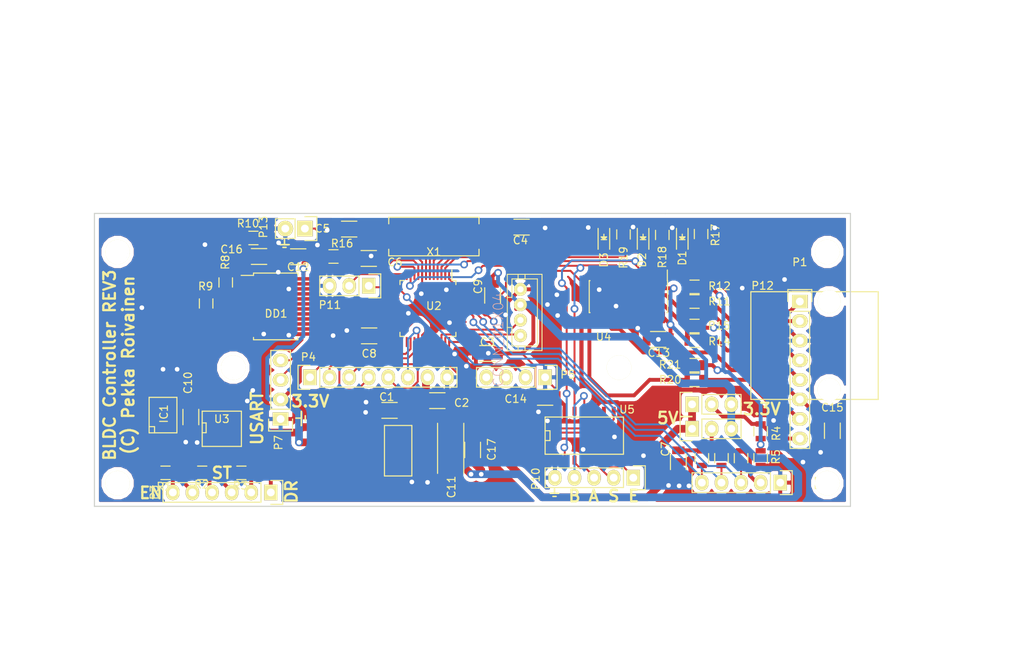
<source format=kicad_pcb>
(kicad_pcb (version 20160815) (host pcbnew "(2016-10-11 revision bf73925)-master")
  (layers (0 F.Cu signal) (31 B.Cu signal) (34 B.Paste user hide) (35 F.Paste user) (36 B.SilkS user) (37 F.SilkS user) (38 B.Mask user) (39 F.Mask user hide) (44 Edge.Cuts user))
  (net 0 "")
  (net 1 +5V)
  (net 2 GND)
  (net 3 +3.3V)
  (net 4 "Net-(C4-Pad1)")
  (net 5 "Net-(C5-Pad1)")
  (net 6 /HALL_SUPPLY)
  (net 7 "Net-(D1-Pad2)")
  (net 8 /LED0)
  (net 9 "Net-(D2-Pad2)")
  (net 10 /LED1)
  (net 11 "Net-(D3-Pad2)")
  (net 12 /LED2)
  (net 13 /ENA_COM)
  (net 14 /ENA)
  (net 15 /STEP_COM)
  (net 16 /STEP)
  (net 17 /DIR_COM)
  (net 18 /DIR)
  (net 19 /DIR_I)
  (net 20 /STEP_I)
  (net 21 /ENA_I)
  (net 22 /H_A)
  (net 23 /L_A)
  (net 24 /H_B)
  (net 25 /L_B)
  (net 26 /H_C)
  (net 27 /L_C)
  (net 28 /MEAS_BUS)
  (net 29 /HALL_C)
  (net 30 /HALL_B)
  (net 31 /HALL_A)
  (net 32 /USART_RX)
  (net 33 /USART_TX)
  (net 34 /SWDIO)
  (net 35 /SWCLK)
  (net 36 "Net-(R14-Pad1)")
  (net 37 /ENC_SUPPLY)
  (net 38 /ENC_B_3V3)
  (net 39 /ENC_A_3V3)
  (net 40 /DIR_3V3)
  (net 41 /STEP_3V3)
  (net 42 /ENA_3V3)
  (net 43 /ERROR_OUT)
  (net 44 /STATUS_OUT)
  (net 45 "Net-(IC1-Pad1)")
  (net 46 /USART2_TX)
  (net 47 /USART2_RX)
  (net 48 /ZM)
  (net 49 /ZP)
  (net 50 /BM)
  (net 51 /BP)
  (net 52 /AM)
  (net 53 /AP)
  (net 54 "Net-(P10-Pad3)")
  (net 55 "Net-(P10-Pad2)")
  (net 56 "Net-(P10-Pad1)")
  (net 57 "Net-(R2-Pad1)")
  (net 58 "Net-(R3-Pad1)")
  (net 59 /2V5REF)
  (net 60 "Net-(R11-Pad1)")
  (net 61 "Net-(R20-Pad1)")
  (net 62 /ENC_Z_3V3)
  (net 63 "Net-(P10-Pad4)")
  (net 64 "Net-(DD1-Pad6)")
  (net 65 "Net-(DD1-Pad7)")
  (net 66 "Net-(DD1-Pad8)")
  (net 67 "Net-(DD1-Pad9)")
  (net 68 "Net-(DD1-Pad10)")
  (net 69 "Net-(DD1-Pad14)")
  (net 70 "Net-(DD1-Pad15)")
  (net 71 "Net-(DD1-Pad16)")
  (net 72 "Net-(DD1-Pad17)")
  (net 73 "Net-(DD1-Pad18)")
  (net 74 "Net-(P5-Pad3)")
  (net 75 "Net-(P5-Pad4)")
  (net 76 "Net-(U2-Pad18)")
  (net 77 "Net-(U2-Pad19)")
  (net 78 "Net-(U2-Pad25)")
  (net 79 /TDI)
  (net 80 "Net-(U2-Pad39)")
  (net 81 "Net-(U2-Pad40)")
  (net 82 "Net-(U2-Pad41)")
  (net 83 "Net-(U4-Pad13)")
  (net 84 "Net-(U4-Pad14)")
  (net 85 "Net-(U4-Pad15)")
  (net 86 "Net-(P13-Pad1)")
  (module Resistors_SMD:R_0805 (layer F.Cu) (at 223.79 99.43)
    (fp_text reference R11 (at 3.2352 -0.0144) (layer F.SilkS))
    (fp_text value 0)
    (pad 1 smd rect (at -0.95 0) (size 0.7 1.3) (layers F.Cu F.Paste F.Mask) (net 60 "Net-(R11-Pad1)"))
    (pad 2 smd rect (at 0.95 0) (size 0.7 1.3) (layers F.Cu F.Paste F.Mask) (net 52 /AM))
  )
  (module Resistors_SMD:R_0805 (layer F.Cu) (at 223.79 97.525)
    (fp_text reference R12 (at 3.2352 -0.0906) (layer F.SilkS))
    (fp_text value NM)
    (pad 1 smd rect (at -0.95 0) (size 0.7 1.3) (layers F.Cu F.Paste F.Mask) (net 60 "Net-(R11-Pad1)"))
    (pad 2 smd rect (at 0.95 0) (size 0.7 1.3) (layers F.Cu F.Paste F.Mask) (net 59 /2V5REF))
  )
  (module Mounting_Holes:MountingHole_3.2mm_M3 (layer F.Cu) (at 149 123)
    (fp_text reference REF** hide)
    (fp_text value MountingHole_3.2mm_M3)
    (pad 1 np_thru_hole circle (at 0 0) (size 3.2 3.2) (drill 3.2) (layers *.Cu *.Mask F.SilkS))
  )
  (module Mounting_Holes:MountingHole_3.2mm_M3 (layer F.Cu) (at 149 93)
    (fp_text reference REF** hide)
    (fp_text value MountingHole_3.2mm_M3)
    (pad 1 np_thru_hole circle (at 0 0) (size 3.2 3.2) (drill 3.2) (layers *.Cu *.Mask F.SilkS))
  )
  (module Mounting_Holes:MountingHole_3.2mm_M3 (layer F.Cu) (at 164 108)
    (fp_text reference REF** hide)
    (fp_text value MountingHole_3.2mm_M3)
    (pad 1 np_thru_hole circle (at 0 0) (size 3.2 3.2) (drill 3.2) (layers *.Cu *.Mask F.SilkS))
  )
  (module Mounting_Holes:MountingHole_3.2mm_M3 (layer F.Cu) (at 214 108)
    (fp_text reference REF** hide)
    (fp_text value MountingHole_3.2mm_M3)
    (pad 1 np_thru_hole circle (at 0 0) (size 3.2 3.2) (drill 3.2) (layers *.Cu *.Mask F.SilkS))
  )
  (module Mounting_Holes:MountingHole_3.2mm_M3 (layer F.Cu) (at 241 123)
    (fp_text reference REF** hide)
    (fp_text value MountingHole_3.2mm_M3)
    (pad 1 np_thru_hole circle (at 0 0) (size 3.2 3.2) (drill 3.2) (layers *.Cu *.Mask F.SilkS))
  )
  (module Mounting_Holes:MountingHole_3.2mm_M3 (layer F.Cu) (at 241 93)
    (fp_text reference REF** hide)
    (fp_text value MountingHole_3.2mm_M3)
    (pad 1 np_thru_hole circle (at 0 0) (size 3.2 3.2) (drill 3.2) (layers *.Cu *.Mask F.SilkS))
  )
  (module LEDs:LED-0805 (layer F.Cu) (at 222.2 91.048 90)
    (fp_text reference D1 (at -2.746 0 90) (layer F.SilkS))
    (fp_text value LED)
    (pad 2 smd rect (at 1.04902 0 270) (size 1.19888 1.19888) (layers F.Cu F.Paste F.Mask) (net 7 "Net-(D1-Pad2)"))
    (pad 1 smd rect (at -1.04902 0 270) (size 1.19888 1.19888) (layers F.Cu F.Paste F.Mask) (net 8 /LED0))
  )
  (module LEDs:LED-0805 (layer F.Cu) (at 217.12 91.048 90)
    (fp_text reference D2 (at -3 -0.127 90) (layer F.SilkS))
    (fp_text value LED)
    (pad 2 smd rect (at 1.04902 0 270) (size 1.19888 1.19888) (layers F.Cu F.Paste F.Mask) (net 9 "Net-(D2-Pad2)"))
    (pad 1 smd rect (at -1.04902 0 270) (size 1.19888 1.19888) (layers F.Cu F.Paste F.Mask) (net 10 /LED1))
  )
  (module LEDs:LED-0805 (layer F.Cu) (at 212.04 91.048 90)
    (fp_text reference D3 (at -3 0 90) (layer F.SilkS))
    (fp_text value LED)
    (pad 2 smd rect (at 1.04902 0 270) (size 1.19888 1.19888) (layers F.Cu F.Paste F.Mask) (net 11 "Net-(D3-Pad2)"))
    (pad 1 smd rect (at -1.04902 0 270) (size 1.19888 1.19888) (layers F.Cu F.Paste F.Mask) (net 12 /LED2))
  )
  (module Pin_Headers:Pin_Header_Straight_1x03 (layer F.Cu) (at 223.47 112.765 90)
    (fp_text reference P2 hide)
    (fp_text value CONN_01X03)
    (pad 1 thru_hole rect (at 0 0 90) (size 2.032 1.7272) (drill 1.016) (layers *.Cu *.Mask F.SilkS) (net 1 +5V))
    (pad 2 thru_hole oval (at 0 2.54 90) (size 2.032 1.7272) (drill 1.016) (layers *.Cu *.Mask F.SilkS) (net 37 /ENC_SUPPLY))
    (pad 3 thru_hole oval (at 0 5.08 90) (size 2.032 1.7272) (drill 1.016) (layers *.Cu *.Mask F.SilkS) (net 3 +3.3V))
  )
  (module Pin_Headers:Pin_Header_Straight_1x06 (layer F.Cu) (at 168.86 124.195 270)
    (fp_text reference P3 (at -0.0127 15.0876 90) (layer F.SilkS))
    (fp_text value CONN_01X06)
    (pad 1 thru_hole rect (at 0 0 270) (size 2.032 1.7272) (drill 1.016) (layers *.Cu *.Mask F.SilkS) (net 17 /DIR_COM))
    (pad 2 thru_hole oval (at 0 2.54 270) (size 2.032 1.7272) (drill 1.016) (layers *.Cu *.Mask F.SilkS) (net 19 /DIR_I))
    (pad 3 thru_hole oval (at 0 5.08 270) (size 2.032 1.7272) (drill 1.016) (layers *.Cu *.Mask F.SilkS) (net 15 /STEP_COM))
    (pad 4 thru_hole oval (at 0 7.62 270) (size 2.032 1.7272) (drill 1.016) (layers *.Cu *.Mask F.SilkS) (net 20 /STEP_I))
    (pad 5 thru_hole oval (at 0 10.16 270) (size 2.032 1.7272) (drill 1.016) (layers *.Cu *.Mask F.SilkS) (net 13 /ENA_COM))
    (pad 6 thru_hole oval (at 0 12.7 270) (size 2.032 1.7272) (drill 1.016) (layers *.Cu *.Mask F.SilkS) (net 21 /ENA_I))
  )
  (module Pin_Headers:Pin_Header_Straight_1x08 (layer F.Cu) (at 173.94 109.26 90)
    (fp_text reference P4 (at 2.6308 -0.204 180) (layer F.SilkS))
    (fp_text value CONN_01X08)
    (pad 1 thru_hole rect (at 0 0 90) (size 2.032 1.7272) (drill 1.016) (layers *.Cu *.Mask F.SilkS) (net 22 /H_A))
    (pad 2 thru_hole oval (at 0 2.54 90) (size 2.032 1.7272) (drill 1.016) (layers *.Cu *.Mask F.SilkS) (net 23 /L_A))
    (pad 3 thru_hole oval (at 0 5.08 90) (size 2.032 1.7272) (drill 1.016) (layers *.Cu *.Mask F.SilkS) (net 24 /H_B))
    (pad 4 thru_hole oval (at 0 7.62 90) (size 2.032 1.7272) (drill 1.016) (layers *.Cu *.Mask F.SilkS) (net 25 /L_B))
    (pad 5 thru_hole oval (at 0 10.16 90) (size 2.032 1.7272) (drill 1.016) (layers *.Cu *.Mask F.SilkS) (net 26 /H_C))
    (pad 6 thru_hole oval (at 0 12.7 90) (size 2.032 1.7272) (drill 1.016) (layers *.Cu *.Mask F.SilkS) (net 27 /L_C))
    (pad 7 thru_hole oval (at 0 15.24 90) (size 2.032 1.7272) (drill 1.016) (layers *.Cu *.Mask F.SilkS) (net 1 +5V))
    (pad 8 thru_hole oval (at 0 17.78 90) (size 2.032 1.7272) (drill 1.016) (layers *.Cu *.Mask F.SilkS) (net 2 GND))
  )
  (module Pin_Headers:Pin_Header_Straight_1x04 (layer F.Cu) (at 204.42 109.26 270)
    (fp_text reference P5 (at -0.3448 -2.9456) (layer F.SilkS))
    (fp_text value CONN_01X04)
    (pad 1 thru_hole rect (at 0 0 270) (size 2.032 1.7272) (drill 1.016) (layers *.Cu *.Mask F.SilkS) (net 2 GND))
    (pad 2 thru_hole oval (at 0 2.54 270) (size 2.032 1.7272) (drill 1.016) (layers *.Cu *.Mask F.SilkS) (net 28 /MEAS_BUS))
    (pad 3 thru_hole oval (at 0 5.08 270) (size 2.032 1.7272) (drill 1.016) (layers *.Cu *.Mask F.SilkS) (net 74 "Net-(P5-Pad3)"))
    (pad 4 thru_hole oval (at 0 7.62 270) (size 2.032 1.7272) (drill 1.016) (layers *.Cu *.Mask F.SilkS) (net 75 "Net-(P5-Pad4)"))
  )
  (module Pin_Headers:Pin_Header_Straight_1x04 (layer F.Cu) (at 170.13 114.67 180)
    (fp_text reference P7 (at 0.2667 -3.0734 -90) (layer F.SilkS))
    (fp_text value CONN_01X04)
    (pad 1 thru_hole rect (at 0 0 180) (size 2.032 1.7272) (drill 1.016) (layers *.Cu *.Mask F.SilkS) (net 2 GND))
    (pad 2 thru_hole oval (at 0 2.54 180) (size 2.032 1.7272) (drill 1.016) (layers *.Cu *.Mask F.SilkS) (net 3 +3.3V))
    (pad 3 thru_hole oval (at 0 5.08 180) (size 2.032 1.7272) (drill 1.016) (layers *.Cu *.Mask F.SilkS) (net 32 /USART_RX))
    (pad 4 thru_hole oval (at 0 7.62 180) (size 2.032 1.7272) (drill 1.016) (layers *.Cu *.Mask F.SilkS) (net 33 /USART_TX))
  )
  (module Resistors_SMD:R_0805 (layer F.Cu) (at 155.21 121.655)
    (fp_text reference R1 (at -0.1905 1.778) (layer F.SilkS))
    (fp_text value R)
    (pad 1 smd rect (at -0.95 0) (size 0.7 1.3) (layers F.Cu F.Paste F.Mask) (net 45 "Net-(IC1-Pad1)"))
    (pad 2 smd rect (at 0.95 0) (size 0.7 1.3) (layers F.Cu F.Paste F.Mask) (net 21 /ENA_I))
  )
  (module Resistors_SMD:R_0805 (layer F.Cu) (at 159.97 121.655)
    (fp_text reference R2 (at -0.0635 1.524) (layer F.SilkS))
    (fp_text value R)
    (pad 1 smd rect (at -0.95 0) (size 0.7 1.3) (layers F.Cu F.Paste F.Mask) (net 57 "Net-(R2-Pad1)"))
    (pad 2 smd rect (at 0.95 0) (size 0.7 1.3) (layers F.Cu F.Paste F.Mask) (net 20 /STEP_I))
  )
  (module Resistors_SMD:R_0805 (layer F.Cu) (at 165.05 121.655)
    (fp_text reference R3 (at -0.127 1.651) (layer F.SilkS))
    (fp_text value R)
    (pad 1 smd rect (at -0.95 0) (size 0.7 1.3) (layers F.Cu F.Paste F.Mask) (net 58 "Net-(R3-Pad1)"))
    (pad 2 smd rect (at 0.95 0) (size 0.7 1.3) (layers F.Cu F.Paste F.Mask) (net 19 /DIR_I))
  )
  (module Resistors_SMD:R_0805 (layer F.Cu) (at 232.36 116.26 90)
    (fp_text reference R4 (at -0.2752 2.0312 90) (layer F.SilkS))
    (fp_text value 1K)
    (pad 1 smd rect (at -0.95 0 90) (size 0.7 1.3) (layers F.Cu F.Paste F.Mask) (net 59 /2V5REF))
    (pad 2 smd rect (at 0.95 0 90) (size 0.7 1.3) (layers F.Cu F.Paste F.Mask) (net 37 /ENC_SUPPLY))
  )
  (module Resistors_SMD:R_0805 (layer F.Cu) (at 232.36 119.75 90)
    (fp_text reference R5 (at 0.1668 1.9804 90) (layer F.SilkS))
    (fp_text value 1K)
    (pad 1 smd rect (at -0.95 0 90) (size 0.7 1.3) (layers F.Cu F.Paste F.Mask) (net 2 GND))
    (pad 2 smd rect (at 0.95 0 90) (size 0.7 1.3) (layers F.Cu F.Paste F.Mask) (net 59 /2V5REF))
  )
  (module Resistors_SMD:R_0805 (layer F.Cu) (at 224.74 119.75 90)
    (fp_text reference R6 hide)
    (fp_text value R)
    (pad 1 smd rect (at -0.95 0 90) (size 0.7 1.3) (layers F.Cu F.Paste F.Mask) (net 31 /HALL_A))
    (pad 2 smd rect (at 0.95 0 90) (size 0.7 1.3) (layers F.Cu F.Paste F.Mask) (net 6 /HALL_SUPPLY))
  )
  (module Resistors_SMD:R_0805 (layer F.Cu) (at 227.28 119.75 90)
    (fp_text reference R7 hide)
    (fp_text value R)
    (pad 1 smd rect (at -0.95 0 90) (size 0.7 1.3) (layers F.Cu F.Paste F.Mask) (net 30 /HALL_B))
    (pad 2 smd rect (at 0.95 0 90) (size 0.7 1.3) (layers F.Cu F.Paste F.Mask) (net 6 /HALL_SUPPLY))
  )
  (module Resistors_SMD:R_0805 (layer F.Cu) (at 163.018 96.956 90)
    (fp_text reference R8 (at 2.6204 -0.0516 270) (layer F.SilkS))
    (fp_text value R)
    (pad 1 smd rect (at -0.95 0 90) (size 0.7 1.3) (layers F.Cu F.Paste F.Mask) (net 14 /ENA))
    (pad 2 smd rect (at 0.95 0 90) (size 0.7 1.3) (layers F.Cu F.Paste F.Mask) (net 1 +5V))
  )
  (module Resistors_SMD:R_0805 (layer F.Cu) (at 160.478 99.684 90)
    (fp_text reference R9 (at 2.2225 -0.0635 -180) (layer F.SilkS))
    (fp_text value R)
    (pad 1 smd rect (at -0.95 0 90) (size 0.7 1.3) (layers F.Cu F.Paste F.Mask) (net 16 /STEP))
    (pad 2 smd rect (at 0.95 0 90) (size 0.7 1.3) (layers F.Cu F.Paste F.Mask) (net 1 +5V))
  )
  (module Resistors_SMD:R_0805 (layer F.Cu) (at 166.6088 91.186 180)
    (fp_text reference R10 (at 0.6968 1.8804) (layer F.SilkS))
    (fp_text value R)
    (pad 1 smd rect (at -0.95 0 180) (size 0.7 1.3) (layers F.Cu F.Paste F.Mask) (net 18 /DIR))
    (pad 2 smd rect (at 0.95 0 180) (size 0.7 1.3) (layers F.Cu F.Paste F.Mask) (net 1 +5V))
  )
  (module Resistors_SMD:R_0805 (layer F.Cu) (at 229.82 119.75 90)
    (fp_text reference R13 hide)
    (fp_text value R)
    (pad 1 smd rect (at -0.95 0 90) (size 0.7 1.3) (layers F.Cu F.Paste F.Mask) (net 29 /HALL_C))
    (pad 2 smd rect (at 0.95 0 90) (size 0.7 1.3) (layers F.Cu F.Paste F.Mask) (net 6 /HALL_SUPPLY))
  )
  (module Resistors_SMD:R_0805 (layer F.Cu) (at 223.79 104.51)
    (fp_text reference R14 (at 3.2352 0.0872 180) (layer F.SilkS))
    (fp_text value 0)
    (pad 1 smd rect (at -0.95 0) (size 0.7 1.3) (layers F.Cu F.Paste F.Mask) (net 36 "Net-(R14-Pad1)"))
    (pad 2 smd rect (at 0.95 0) (size 0.7 1.3) (layers F.Cu F.Paste F.Mask) (net 50 /BM))
  )
  (module Resistors_SMD:R_0805 (layer F.Cu) (at 223.79 102.605)
    (fp_text reference R15 (at 3.1844 -0.0398) (layer F.SilkS))
    (fp_text value NM)
    (pad 1 smd rect (at -0.95 0) (size 0.7 1.3) (layers F.Cu F.Paste F.Mask) (net 36 "Net-(R14-Pad1)"))
    (pad 2 smd rect (at 0.95 0) (size 0.7 1.3) (layers F.Cu F.Paste F.Mask) (net 59 /2V5REF))
  )
  (module Resistors_SMD:R_0805 (layer F.Cu) (at 176.988 93.588)
    (fp_text reference R16 (at 1.1168 -1.6908 180) (layer F.SilkS))
    (fp_text value R)
    (pad 1 smd rect (at -0.95 0) (size 0.7 1.3) (layers F.Cu F.Paste F.Mask) (net 3 +3.3V))
    (pad 2 smd rect (at 0.95 0) (size 0.7 1.3) (layers F.Cu F.Paste F.Mask) (net 86 "Net-(P13-Pad1)"))
  )
  (module Resistors_SMD:R_0805 (layer F.Cu) (at 224.6384 90.6772 90)
    (fp_text reference R17 (at -0.127 1.857 270) (layer F.SilkS))
    (fp_text value R)
    (pad 1 smd rect (at -0.95 0 90) (size 0.7 1.3) (layers F.Cu F.Paste F.Mask) (net 7 "Net-(D1-Pad2)"))
    (pad 2 smd rect (at 0.95 0 90) (size 0.7 1.3) (layers F.Cu F.Paste F.Mask) (net 2 GND))
  )
  (module Resistors_SMD:R_0805 (layer F.Cu) (at 219.6092 90.794 90)
    (fp_text reference R18 (at -2.873 0 90) (layer F.SilkS))
    (fp_text value R)
    (pad 1 smd rect (at -0.95 0 90) (size 0.7 1.3) (layers F.Cu F.Paste F.Mask) (net 9 "Net-(D2-Pad2)"))
    (pad 2 smd rect (at 0.95 0 90) (size 0.7 1.3) (layers F.Cu F.Paste F.Mask) (net 2 GND))
  )
  (module Resistors_SMD:R_0805 (layer F.Cu) (at 214.58 90.728 90)
    (fp_text reference R19 (at -3 0 90) (layer F.SilkS))
    (fp_text value R)
    (pad 1 smd rect (at -0.95 0 90) (size 0.7 1.3) (layers F.Cu F.Paste F.Mask) (net 11 "Net-(D3-Pad2)"))
    (pad 2 smd rect (at 0.95 0 90) (size 0.7 1.3) (layers F.Cu F.Paste F.Mask) (net 2 GND))
  )
  (module acronet:SOT223_S (layer F.Cu) (at 185.37 118.7848 90)
    (fp_text reference U1 hide)
    (fp_text value NCP1117ST33T3G hide)
    (pad 1 smd rect (at -2.3 3.1 90) (size 1.2 2.2) (layers F.Cu F.Paste F.Mask) (net 2 GND))
    (pad 2 smd rect (at 0 3.1 90) (size 1.2 2.2) (layers F.Cu F.Paste F.Mask) (net 3 +3.3V))
    (pad 3 smd rect (at 2.3 3.1 90) (size 1.2 2.2) (layers F.Cu F.Paste F.Mask) (net 1 +5V))
    (pad 4 smd rect (at 0 -3.1 90) (size 3.6 2.2) (layers F.Cu F.Paste F.Mask))
  )
  (module Housings_QFP:LQFP-48_7x7mm_Pitch0.5mm (layer F.Cu) (at 189.23 100.33 270)
    (fp_text reference U2 (at -0.33 -0.77) (layer F.SilkS))
    (fp_text value STM32F103C8 hide)
    (pad 1 smd rect (at -4.35 -2.75 270) (size 1.3 0.25) (layers F.Cu F.Paste F.Mask) (net 3 +3.3V))
    (pad 2 smd rect (at -4.35 -2.25 270) (size 1.3 0.25) (layers F.Cu F.Paste F.Mask) (net 8 /LED0))
    (pad 3 smd rect (at -4.35 -1.75 270) (size 1.3 0.25) (layers F.Cu F.Paste F.Mask) (net 10 /LED1))
    (pad 4 smd rect (at -4.35 -1.25 270) (size 1.3 0.25) (layers F.Cu F.Paste F.Mask) (net 12 /LED2))
    (pad 5 smd rect (at -4.35 -0.75 270) (size 1.3 0.25) (layers F.Cu F.Paste F.Mask) (net 4 "Net-(C4-Pad1)"))
    (pad 6 smd rect (at -4.35 -0.25 270) (size 1.3 0.25) (layers F.Cu F.Paste F.Mask) (net 5 "Net-(C5-Pad1)"))
    (pad 7 smd rect (at -4.35 0.25 270) (size 1.3 0.25) (layers F.Cu F.Paste F.Mask) (net 86 "Net-(P13-Pad1)"))
    (pad 8 smd rect (at -4.35 0.75 270) (size 1.3 0.25) (layers F.Cu F.Paste F.Mask) (net 2 GND))
    (pad 9 smd rect (at -4.35 1.25 270) (size 1.3 0.25) (layers F.Cu F.Paste F.Mask) (net 3 +3.3V))
    (pad 10 smd rect (at -4.35 1.75 270) (size 1.3 0.25) (layers F.Cu F.Paste F.Mask) (net 39 /ENC_A_3V3))
    (pad 11 smd rect (at -4.35 2.25 270) (size 1.3 0.25) (layers F.Cu F.Paste F.Mask) (net 38 /ENC_B_3V3))
    (pad 12 smd rect (at -4.35 2.75 270) (size 1.3 0.25) (layers F.Cu F.Paste F.Mask) (net 46 /USART2_TX))
    (pad 13 smd rect (at -2.75 4.35) (size 1.3 0.25) (layers F.Cu F.Paste F.Mask) (net 47 /USART2_RX))
    (pad 14 smd rect (at -2.25 4.35) (size 1.3 0.25) (layers F.Cu F.Paste F.Mask) (net 28 /MEAS_BUS))
    (pad 15 smd rect (at -1.75 4.35) (size 1.3 0.25) (layers F.Cu F.Paste F.Mask) (net 42 /ENA_3V3))
    (pad 16 smd rect (at -1.25 4.35) (size 1.3 0.25) (layers F.Cu F.Paste F.Mask) (net 41 /STEP_3V3))
    (pad 17 smd rect (at -0.75 4.35) (size 1.3 0.25) (layers F.Cu F.Paste F.Mask) (net 40 /DIR_3V3))
    (pad 18 smd rect (at -0.25 4.35) (size 1.3 0.25) (layers F.Cu F.Paste F.Mask) (net 76 "Net-(U2-Pad18)"))
    (pad 19 smd rect (at 0.25 4.35) (size 1.3 0.25) (layers F.Cu F.Paste F.Mask) (net 77 "Net-(U2-Pad19)"))
    (pad 20 smd rect (at 0.75 4.35) (size 1.3 0.25) (layers F.Cu F.Paste F.Mask) (net 2 GND))
    (pad 21 smd rect (at 1.25 4.35) (size 1.3 0.25) (layers F.Cu F.Paste F.Mask) (net 33 /USART_TX))
    (pad 22 smd rect (at 1.75 4.35) (size 1.3 0.25) (layers F.Cu F.Paste F.Mask) (net 32 /USART_RX))
    (pad 23 smd rect (at 2.25 4.35) (size 1.3 0.25) (layers F.Cu F.Paste F.Mask) (net 2 GND))
    (pad 24 smd rect (at 2.75 4.35) (size 1.3 0.25) (layers F.Cu F.Paste F.Mask) (net 3 +3.3V))
    (pad 25 smd rect (at 4.35 2.75 270) (size 1.3 0.25) (layers F.Cu F.Paste F.Mask) (net 78 "Net-(U2-Pad25)"))
    (pad 26 smd rect (at 4.35 2.25 270) (size 1.3 0.25) (layers F.Cu F.Paste F.Mask) (net 23 /L_A))
    (pad 27 smd rect (at 4.35 1.75 270) (size 1.3 0.25) (layers F.Cu F.Paste F.Mask) (net 25 /L_B))
    (pad 28 smd rect (at 4.35 1.25 270) (size 1.3 0.25) (layers F.Cu F.Paste F.Mask) (net 27 /L_C))
    (pad 29 smd rect (at 4.35 0.75 270) (size 1.3 0.25) (layers F.Cu F.Paste F.Mask) (net 22 /H_A))
    (pad 30 smd rect (at 4.35 0.25 270) (size 1.3 0.25) (layers F.Cu F.Paste F.Mask) (net 24 /H_B))
    (pad 31 smd rect (at 4.35 -0.25 270) (size 1.3 0.25) (layers F.Cu F.Paste F.Mask) (net 26 /H_C))
    (pad 32 smd rect (at 4.35 -0.75 270) (size 1.3 0.25) (layers F.Cu F.Paste F.Mask) (net 43 /ERROR_OUT))
    (pad 33 smd rect (at 4.35 -1.25 270) (size 1.3 0.25) (layers F.Cu F.Paste F.Mask) (net 44 /STATUS_OUT))
    (pad 34 smd rect (at 4.35 -1.75 270) (size 1.3 0.25) (layers F.Cu F.Paste F.Mask) (net 34 /SWDIO))
    (pad 35 smd rect (at 4.35 -2.25 270) (size 1.3 0.25) (layers F.Cu F.Paste F.Mask) (net 2 GND))
    (pad 36 smd rect (at 4.35 -2.75 270) (size 1.3 0.25) (layers F.Cu F.Paste F.Mask) (net 3 +3.3V))
    (pad 37 smd rect (at 2.75 -4.35) (size 1.3 0.25) (layers F.Cu F.Paste F.Mask) (net 35 /SWCLK))
    (pad 38 smd rect (at 2.25 -4.35) (size 1.3 0.25) (layers F.Cu F.Paste F.Mask) (net 79 /TDI))
    (pad 39 smd rect (at 1.75 -4.35) (size 1.3 0.25) (layers F.Cu F.Paste F.Mask) (net 80 "Net-(U2-Pad39)"))
    (pad 40 smd rect (at 1.25 -4.35) (size 1.3 0.25) (layers F.Cu F.Paste F.Mask) (net 81 "Net-(U2-Pad40)"))
    (pad 41 smd rect (at 0.75 -4.35) (size 1.3 0.25) (layers F.Cu F.Paste F.Mask) (net 82 "Net-(U2-Pad41)"))
    (pad 42 smd rect (at 0.25 -4.35) (size 1.3 0.25) (layers F.Cu F.Paste F.Mask) (net 31 /HALL_A))
    (pad 43 smd rect (at -0.25 -4.35) (size 1.3 0.25) (layers F.Cu F.Paste F.Mask) (net 30 /HALL_B))
    (pad 44 smd rect (at -0.75 -4.35) (size 1.3 0.25) (layers F.Cu F.Paste F.Mask) (net 2 GND))
    (pad 45 smd rect (at -1.25 -4.35) (size 1.3 0.25) (layers F.Cu F.Paste F.Mask) (net 29 /HALL_C))
    (pad 46 smd rect (at -1.75 -4.35) (size 1.3 0.25) (layers F.Cu F.Paste F.Mask) (net 62 /ENC_Z_3V3))
    (pad 47 smd rect (at -2.25 -4.35) (size 1.3 0.25) (layers F.Cu F.Paste F.Mask) (net 2 GND))
    (pad 48 smd rect (at -2.75 -4.35) (size 1.3 0.25) (layers F.Cu F.Paste F.Mask) (net 3 +3.3V))
  )
  (module Capacitors_Tantalum_SMD:TantalC_SizeC_EIA-6032_Reflow (layer F.Cu) (at 192.1772 118.226 90)
    (fp_text reference C11 (at -5.2688 0.1008 90) (layer F.SilkS))
    (fp_text value CP2)
    (pad 2 smd rect (at 2.47 0 90) (size 2.37 2.23) (layers F.Cu F.Paste F.Mask) (net 2 GND))
    (pad 1 smd rect (at -2.47 0 90) (size 2.37 2.23) (layers F.Cu F.Paste F.Mask) (net 3 +3.3V))
  )
  (module Capacitors_SMD:C_1206 (layer F.Cu) (at 184.2524 113.5524 180)
    (fp_text reference C1 (at 0.3564 1.7416 180) (layer F.SilkS))
    (fp_text value C)
    (pad 1 smd rect (at -1.5 0 180) (size 1 1.6) (layers F.Cu F.Paste F.Mask) (net 1 +5V))
    (pad 2 smd rect (at 1.5 0 180) (size 1 1.6) (layers F.Cu F.Paste F.Mask) (net 2 GND))
  )
  (module Capacitors_SMD:C_1206 (layer F.Cu) (at 190.45 112.289)
    (fp_text reference C2 (at 3.1488 0.2838) (layer F.SilkS))
    (fp_text value C)
    (pad 1 smd rect (at -1.5 0) (size 1 1.6) (layers F.Cu F.Paste F.Mask) (net 1 +5V))
    (pad 2 smd rect (at 1.5 0) (size 1 1.6) (layers F.Cu F.Paste F.Mask) (net 2 GND))
  )
  (module Capacitors_SMD:C_1206 (layer F.Cu) (at 196.9397 106.1676 180)
    (fp_text reference C3 (at 0 1.4688 180) (layer F.SilkS))
    (fp_text value C)
    (pad 1 smd rect (at -1.5 0 180) (size 1 1.6) (layers F.Cu F.Paste F.Mask) (net 3 +3.3V))
    (pad 2 smd rect (at 1.5 0 180) (size 1 1.6) (layers F.Cu F.Paste F.Mask) (net 2 GND))
  )
  (module Capacitors_SMD:C_1206 (layer F.Cu) (at 201.372 89.778)
    (fp_text reference C4 (at -0.1532 1.7128) (layer F.SilkS))
    (fp_text value C)
    (pad 1 smd rect (at -1.5 0) (size 1 1.6) (layers F.Cu F.Paste F.Mask) (net 4 "Net-(C4-Pad1)"))
    (pad 2 smd rect (at 1.5 0) (size 1 1.6) (layers F.Cu F.Paste F.Mask) (net 2 GND))
  )
  (module Capacitors_SMD:C_1206 (layer F.Cu) (at 179.02 90.032 180)
    (fp_text reference C5 (at 3.4544 0.0635 180) (layer F.SilkS))
    (fp_text value C)
    (pad 1 smd rect (at -1.5 0 180) (size 1 1.6) (layers F.Cu F.Paste F.Mask) (net 5 "Net-(C5-Pad1)"))
    (pad 2 smd rect (at 1.5 0 180) (size 1 1.6) (layers F.Cu F.Paste F.Mask) (net 2 GND))
  )
  (module Capacitors_SMD:C_1206 (layer F.Cu) (at 181.56 93.842)
    (fp_text reference C6 (at 3.4028 0.4936) (layer F.SilkS))
    (fp_text value C)
    (pad 1 smd rect (at -1.5 0) (size 1 1.6) (layers F.Cu F.Paste F.Mask) (net 3 +3.3V))
    (pad 2 smd rect (at 1.5 0) (size 1 1.6) (layers F.Cu F.Paste F.Mask) (net 2 GND))
  )
  (module Capacitors_SMD:C_1206 (layer F.Cu) (at 221.692 120.234 270)
    (fp_text reference C7 (at -1.6668 1.6772 270) (layer F.SilkS))
    (fp_text value C)
    (pad 1 smd rect (at -1.5 0 270) (size 1 1.6) (layers F.Cu F.Paste F.Mask) (net 6 /HALL_SUPPLY))
    (pad 2 smd rect (at 1.5 0 270) (size 1 1.6) (layers F.Cu F.Paste F.Mask) (net 2 GND))
  )
  (module Capacitors_SMD:C_1206 (layer F.Cu) (at 181.61 103.886 180)
    (fp_text reference C8 (at 0 -2.3 180) (layer F.SilkS))
    (fp_text value C)
    (pad 1 smd rect (at -1.5 0 180) (size 1 1.6) (layers F.Cu F.Paste F.Mask) (net 3 +3.3V))
    (pad 2 smd rect (at 1.5 0 180) (size 1 1.6) (layers F.Cu F.Paste F.Mask) (net 2 GND))
  )
  (module Capacitors_SMD:C_1206 (layer F.Cu) (at 197.6128 98.644 270)
    (fp_text reference C9 (at -1.1588 1.8804 270) (layer F.SilkS))
    (fp_text value C)
    (pad 1 smd rect (at -1.5 0 270) (size 1 1.6) (layers F.Cu F.Paste F.Mask) (net 3 +3.3V))
    (pad 2 smd rect (at 1.5 0 270) (size 1 1.6) (layers F.Cu F.Paste F.Mask) (net 2 GND))
  )
  (module Capacitors_SMD:C_1206 (layer F.Cu) (at 158.4968 114.416 270)
    (fp_text reference C10 (at -4.445 0.3683 270) (layer F.SilkS))
    (fp_text value C)
    (pad 1 smd rect (at -1.5 0 270) (size 1 1.6) (layers F.Cu F.Paste F.Mask) (net 1 +5V))
    (pad 2 smd rect (at 1.5 0 270) (size 1 1.6) (layers F.Cu F.Paste F.Mask) (net 2 GND))
  )
  (module Capacitors_SMD:C_1206 (layer F.Cu) (at 172.416 93.62 180)
    (fp_text reference C12 (at 0.0008 -1.3252 180) (layer F.SilkS))
    (fp_text value C)
    (pad 1 smd rect (at -1.5 0 180) (size 1 1.6) (layers F.Cu F.Paste F.Mask) (net 3 +3.3V))
    (pad 2 smd rect (at 1.5 0 180) (size 1 1.6) (layers F.Cu F.Paste F.Mask) (net 2 GND))
  )
  (module Capacitors_SMD:C_1206 (layer F.Cu) (at 219.0764 104.3432 180)
    (fp_text reference C13 (at -0.0889 -1.7399 180) (layer F.SilkS))
    (fp_text value C)
    (pad 1 smd rect (at -1.5 0 180) (size 1 1.6) (layers F.Cu F.Paste F.Mask) (net 3 +3.3V))
    (pad 2 smd rect (at 1.5 0 180) (size 1 1.6) (layers F.Cu F.Paste F.Mask) (net 2 GND))
  )
  (module Capacitors_SMD:C_1206 (layer F.Cu) (at 241.6564 116.194 270)
    (fp_text reference C15 (at -3.0116 0.0008) (layer F.SilkS))
    (fp_text value C)
    (pad 1 smd rect (at -1.5 0 270) (size 1 1.6) (layers F.Cu F.Paste F.Mask) (net 37 /ENC_SUPPLY))
    (pad 2 smd rect (at 1.5 0 270) (size 1 1.6) (layers F.Cu F.Paste F.Mask) (net 2 GND))
  )
  (module Capacitors_SMD:C_1206 (layer F.Cu) (at 167.336 93.588)
    (fp_text reference C16 (at -3.5568 -0.9288) (layer F.SilkS))
    (fp_text value C)
    (pad 1 smd rect (at -1.5 0) (size 1 1.6) (layers F.Cu F.Paste F.Mask) (net 1 +5V))
    (pad 2 smd rect (at 1.5 0) (size 1 1.6) (layers F.Cu F.Paste F.Mask) (net 2 GND))
  )
  (module Capacitors_SMD:C_1206 (layer F.Cu) (at 195.022 118.6832 90)
    (fp_text reference C17 (at 0.0508 2.4638 90) (layer F.SilkS))
    (fp_text value C)
    (pad 1 smd rect (at -1.5 0 90) (size 1 1.6) (layers F.Cu F.Paste F.Mask) (net 3 +3.3V))
    (pad 2 smd rect (at 1.5 0 90) (size 1 1.6) (layers F.Cu F.Paste F.Mask) (net 2 GND))
  )
  (module Housings_SSOP:SSOP-24_5.3x8.2mm_Pitch0.65mm (layer F.Cu) (at 169.495 100.065)
    (fp_text reference DD1 (at 0.0508 0.935) (layer F.SilkS))
    (fp_text value SN74LVC8T245)
    (pad 1 smd rect (at -3.6 -3.575) (size 1.75 0.45) (layers F.Cu F.Paste F.Mask) (net 1 +5V))
    (pad 2 smd rect (at -3.6 -2.925) (size 1.75 0.45) (layers F.Cu F.Paste F.Mask) (net 1 +5V))
    (pad 3 smd rect (at -3.6 -2.275) (size 1.75 0.45) (layers F.Cu F.Paste F.Mask) (net 14 /ENA))
    (pad 4 smd rect (at -3.6 -1.625) (size 1.75 0.45) (layers F.Cu F.Paste F.Mask) (net 16 /STEP))
    (pad 5 smd rect (at -3.6 -0.975) (size 1.75 0.45) (layers F.Cu F.Paste F.Mask) (net 18 /DIR))
    (pad 6 smd rect (at -3.6 -0.325) (size 1.75 0.45) (layers F.Cu F.Paste F.Mask) (net 64 "Net-(DD1-Pad6)"))
    (pad 7 smd rect (at -3.6 0.325) (size 1.75 0.45) (layers F.Cu F.Paste F.Mask) (net 65 "Net-(DD1-Pad7)"))
    (pad 8 smd rect (at -3.6 0.975) (size 1.75 0.45) (layers F.Cu F.Paste F.Mask) (net 66 "Net-(DD1-Pad8)"))
    (pad 9 smd rect (at -3.6 1.625) (size 1.75 0.45) (layers F.Cu F.Paste F.Mask) (net 67 "Net-(DD1-Pad9)"))
    (pad 10 smd rect (at -3.6 2.275) (size 1.75 0.45) (layers F.Cu F.Paste F.Mask) (net 68 "Net-(DD1-Pad10)"))
    (pad 11 smd rect (at -3.6 2.925) (size 1.75 0.45) (layers F.Cu F.Paste F.Mask) (net 2 GND))
    (pad 12 smd rect (at -3.6 3.575) (size 1.75 0.45) (layers F.Cu F.Paste F.Mask) (net 2 GND))
    (pad 13 smd rect (at 3.6 3.575) (size 1.75 0.45) (layers F.Cu F.Paste F.Mask) (net 2 GND))
    (pad 14 smd rect (at 3.6 2.925) (size 1.75 0.45) (layers F.Cu F.Paste F.Mask) (net 69 "Net-(DD1-Pad14)"))
    (pad 15 smd rect (at 3.6 2.275) (size 1.75 0.45) (layers F.Cu F.Paste F.Mask) (net 70 "Net-(DD1-Pad15)"))
    (pad 16 smd rect (at 3.6 1.625) (size 1.75 0.45) (layers F.Cu F.Paste F.Mask) (net 71 "Net-(DD1-Pad16)"))
    (pad 17 smd rect (at 3.6 0.975) (size 1.75 0.45) (layers F.Cu F.Paste F.Mask) (net 72 "Net-(DD1-Pad17)"))
    (pad 18 smd rect (at 3.6 0.325) (size 1.75 0.45) (layers F.Cu F.Paste F.Mask) (net 73 "Net-(DD1-Pad18)"))
    (pad 19 smd rect (at 3.6 -0.325) (size 1.75 0.45) (layers F.Cu F.Paste F.Mask) (net 40 /DIR_3V3))
    (pad 20 smd rect (at 3.6 -0.975) (size 1.75 0.45) (layers F.Cu F.Paste F.Mask) (net 41 /STEP_3V3))
    (pad 21 smd rect (at 3.6 -1.625) (size 1.75 0.45) (layers F.Cu F.Paste F.Mask) (net 42 /ENA_3V3))
    (pad 22 smd rect (at 3.6 -2.275) (size 1.75 0.45) (layers F.Cu F.Paste F.Mask) (net 2 GND))
    (pad 23 smd rect (at 3.6 -2.925) (size 1.75 0.45) (layers F.Cu F.Paste F.Mask) (net 3 +3.3V))
    (pad 24 smd rect (at 3.6 -3.575) (size 1.75 0.45) (layers F.Cu F.Paste F.Mask) (net 3 +3.3V))
  )
  (module Resistors_SMD:R_0805 (layer F.Cu) (at 223.79 109.59)
    (fp_text reference R20 (at -3.1496 -0.0127) (layer F.SilkS))
    (fp_text value 0)
    (pad 1 smd rect (at -0.95 0) (size 0.7 1.3) (layers F.Cu F.Paste F.Mask) (net 61 "Net-(R20-Pad1)"))
    (pad 2 smd rect (at 0.95 0) (size 0.7 1.3) (layers F.Cu F.Paste F.Mask) (net 48 /ZM))
  )
  (module Resistors_SMD:R_0805 (layer F.Cu) (at 223.79 107.685)
    (fp_text reference R21 (at -3.175 -0.0635) (layer F.SilkS))
    (fp_text value NM)
    (pad 1 smd rect (at -0.95 0) (size 0.7 1.3) (layers F.Cu F.Paste F.Mask) (net 61 "Net-(R20-Pad1)"))
    (pad 2 smd rect (at 0.95 0) (size 0.7 1.3) (layers F.Cu F.Paste F.Mask) (net 59 /2V5REF))
  )
  (module Crystals:Crystal_HC49-SD_SMD (layer F.Cu) (at 190 91 180)
    (fp_text reference X1 (at 0 -2 180) (layer F.SilkS))
    (fp_text value CRYSTAL)
    (pad 1 smd rect (at -4.84886 0 180) (size 5.6007 2.10058) (layers F.Cu F.Paste F.Mask) (net 4 "Net-(C4-Pad1)"))
    (pad 2 smd rect (at 4.84886 0 180) (size 5.6007 2.10058) (layers F.Cu F.Paste F.Mask) (net 5 "Net-(C5-Pad1)"))
  )
  (module Pin_Headers:Pin_Header_Straight_1x03 (layer F.Cu) (at 223.47 115.94 90)
    (fp_text reference P8 hide)
    (fp_text value CONN_01X03)
    (pad 1 thru_hole rect (at 0 0 90) (size 2.032 1.7272) (drill 1.016) (layers *.Cu *.Mask F.SilkS) (net 1 +5V))
    (pad 2 thru_hole oval (at 0 2.54 90) (size 2.032 1.7272) (drill 1.016) (layers *.Cu *.Mask F.SilkS) (net 6 /HALL_SUPPLY))
    (pad 3 thru_hole oval (at 0 5.08 90) (size 2.032 1.7272) (drill 1.016) (layers *.Cu *.Mask F.SilkS) (net 3 +3.3V))
  )
  (module jst-ph:jst-ph-JST-PH4 (layer F.Cu) (at 201.2196 100.8463 270)
    (fp_text reference P9 hide)
    (fp_text value CONN_01X04 (at 3.53314 2.86258 270) (layer B.SilkS) (effects (font (size 1.27 1.27) (thickness 0.0889))))
    (pad 1 thru_hole circle (at 2.99974 0 270) (size 1.6764 1.6764) (drill 0.8128) (layers *.Cu *.Mask F.SilkS) (net 34 /SWDIO))
    (pad 2 thru_hole circle (at 0.99822 0 270) (size 1.6764 1.6764) (drill 0.8128) (layers *.Cu *.Mask F.SilkS) (net 35 /SWCLK))
    (pad 3 thru_hole circle (at -0.99822 0 270) (size 1.6764 1.6764) (drill 0.8128) (layers *.Cu *.Mask F.SilkS) (net 3 +3.3V))
    (pad 4 thru_hole circle (at -2.99974 0 270) (size 1.6764 1.6764) (drill 0.8128) (layers *.Cu *.Mask F.SilkS) (net 2 GND))
  )
  (module Opto-Devices:Optocoupler_SMD_HandSoldering_KPC357_LTV35x_PC357_SingleChannel (layer F.Cu) (at 154.89 114.162 90)
    (fp_text reference IC1 (at 0.162 0.11 90) (layer F.SilkS))
    (fp_text value PC817)
    (pad 2 smd rect (at -3.79984 1.34874 90) (size 1.99898 0.89916) (layers F.Cu F.Paste F.Mask) (net 13 /ENA_COM))
    (pad 1 smd rect (at -3.79984 -1.30048 90) (size 1.99898 1.00076) (layers F.Cu F.Paste F.Mask) (net 45 "Net-(IC1-Pad1)"))
    (pad 4 smd rect (at 3.79984 -1.30048 90) (size 1.99898 1.00076) (layers F.Cu F.Paste F.Mask) (net 14 /ENA))
    (pad 3 smd rect (at 3.79984 1.30048 90) (size 1.99898 1.00076) (layers F.Cu F.Paste F.Mask) (net 2 GND))
  )
  (module Pin_Headers:Pin_Header_Straight_1x03 (layer F.Cu) (at 181.56 97.398 270)
    (fp_text reference P11 (at 2.4748 5.03) (layer F.SilkS))
    (fp_text value CONN_01X03)
    (pad 1 thru_hole rect (at 0 0 270) (size 2.032 1.7272) (drill 1.016) (layers *.Cu *.Mask F.SilkS) (net 47 /USART2_RX))
    (pad 2 thru_hole oval (at 0 2.54 270) (size 2.032 1.7272) (drill 1.016) (layers *.Cu *.Mask F.SilkS) (net 46 /USART2_TX))
    (pad 3 thru_hole oval (at 0 5.08 270) (size 2.032 1.7272) (drill 1.016) (layers *.Cu *.Mask F.SilkS) (net 2 GND))
  )
  (module Pin_Headers:Pin_Header_Straight_1x08 (layer F.Cu) (at 237.44 99.43)
    (fp_text reference P1 (at 0 -5.1) (layer F.SilkS))
    (fp_text value CONN_01X08)
    (pad 1 thru_hole rect (at 0 0) (size 2.032 1.7272) (drill 1.016) (layers *.Cu *.Mask F.SilkS) (net 53 /AP))
    (pad 2 thru_hole oval (at 0 2.54) (size 2.032 1.7272) (drill 1.016) (layers *.Cu *.Mask F.SilkS) (net 52 /AM))
    (pad 3 thru_hole oval (at 0 5.08) (size 2.032 1.7272) (drill 1.016) (layers *.Cu *.Mask F.SilkS) (net 2 GND))
    (pad 4 thru_hole oval (at 0 7.62) (size 2.032 1.7272) (drill 1.016) (layers *.Cu *.Mask F.SilkS) (net 51 /BP))
    (pad 5 thru_hole oval (at 0 10.16) (size 2.032 1.7272) (drill 1.016) (layers *.Cu *.Mask F.SilkS) (net 50 /BM))
    (pad 6 thru_hole oval (at 0 12.7) (size 2.032 1.7272) (drill 1.016) (layers *.Cu *.Mask F.SilkS) (net 37 /ENC_SUPPLY))
    (pad 7 thru_hole oval (at 0 15.24) (size 2.032 1.7272) (drill 1.016) (layers *.Cu *.Mask F.SilkS) (net 49 /ZP))
    (pad 8 thru_hole oval (at 0 17.78) (size 2.032 1.7272) (drill 1.016) (layers *.Cu *.Mask F.SilkS) (net 48 /ZM))
  )
  (module Pin_Headers:Pin_Header_Straight_1x05 (layer F.Cu) (at 234.9 122.925 270)
    (fp_text reference P6 (at 0 -5.1 270) (layer F.SilkS))
    (fp_text value CONN_01X05)
    (pad 1 thru_hole rect (at 0 0 270) (size 2.032 1.7272) (drill 1.016) (layers *.Cu *.Mask F.SilkS) (net 2 GND))
    (pad 2 thru_hole oval (at 0 2.54 270) (size 2.032 1.7272) (drill 1.016) (layers *.Cu *.Mask F.SilkS) (net 6 /HALL_SUPPLY))
    (pad 3 thru_hole oval (at 0 5.08 270) (size 2.032 1.7272) (drill 1.016) (layers *.Cu *.Mask F.SilkS) (net 29 /HALL_C))
    (pad 4 thru_hole oval (at 0 7.62 270) (size 2.032 1.7272) (drill 1.016) (layers *.Cu *.Mask F.SilkS) (net 30 /HALL_B))
    (pad 5 thru_hole oval (at 0 10.16 270) (size 2.032 1.7272) (drill 1.016) (layers *.Cu *.Mask F.SilkS) (net 31 /HALL_A))
  )
  (module RJ45_SMD:RJ45_SMD (layer F.Cu) (at 228.55 98.16 270)
    (fp_text reference P12 (at -0.7764 -4.0632) (layer F.SilkS))
    (fp_text value CONN_01X08)
    (pad "" np_thru_hole circle (at 12.7 -12.7 270) (size 3 3) (drill 3) (layers *.Cu *.Mask F.SilkS))
    (pad "" np_thru_hole circle (at 1.27 -12.7 270) (size 3 3) (drill 3) (layers *.Cu *.Mask F.SilkS))
    (pad 8 smd rect (at 11.43 -2.54 270) (size 0.5 5) (layers F.Cu F.Paste F.Mask) (net 48 /ZM))
    (pad 7 smd rect (at 10.16 -2.54 270) (size 0.5 5) (layers F.Cu F.Paste F.Mask) (net 49 /ZP))
    (pad 6 smd rect (at 8.89 -2.54 270) (size 0.5 5) (layers F.Cu F.Paste F.Mask) (net 37 /ENC_SUPPLY))
    (pad 5 smd rect (at 7.62 -2.54 270) (size 0.5 5) (layers F.Cu F.Paste F.Mask) (net 50 /BM))
    (pad 4 smd rect (at 6.35 -2.54 270) (size 0.5 5) (layers F.Cu F.Paste F.Mask) (net 51 /BP))
    (pad 3 smd rect (at 5.08 -2.54 270) (size 0.5 5) (layers F.Cu F.Paste F.Mask) (net 2 GND))
    (pad 2 smd rect (at 3.81 -2.54 270) (size 0.5 5) (layers F.Cu F.Paste F.Mask) (net 52 /AM))
    (pad 1 smd rect (at 2.54 -2.54 270) (size 0.5 5) (layers F.Cu F.Paste F.Mask) (net 53 /AP))
  )
  (module SMD_Packages:SOIC-8-N (layer F.Cu) (at 162.51 115.94)
    (fp_text reference U3 (at 0 -1.27) (layer F.SilkS))
    (fp_text value SFH6755T)
    (pad 8 smd rect (at -1.905 -3.175) (size 0.508 1.143) (layers F.Cu F.Paste F.Mask) (net 1 +5V))
    (pad 7 smd rect (at -0.635 -3.175) (size 0.508 1.143) (layers F.Cu F.Paste F.Mask) (net 16 /STEP))
    (pad 6 smd rect (at 0.635 -3.175) (size 0.508 1.143) (layers F.Cu F.Paste F.Mask) (net 18 /DIR))
    (pad 5 smd rect (at 1.905 -3.175) (size 0.508 1.143) (layers F.Cu F.Paste F.Mask) (net 2 GND))
    (pad 4 smd rect (at 1.905 3.175) (size 0.508 1.143) (layers F.Cu F.Paste F.Mask) (net 58 "Net-(R3-Pad1)"))
    (pad 3 smd rect (at 0.635 3.175) (size 0.508 1.143) (layers F.Cu F.Paste F.Mask) (net 17 /DIR_COM))
    (pad 2 smd rect (at -0.635 3.175) (size 0.508 1.143) (layers F.Cu F.Paste F.Mask) (net 15 /STEP_COM))
    (pad 1 smd rect (at -1.905 3.175) (size 0.508 1.143) (layers F.Cu F.Paste F.Mask) (net 57 "Net-(R2-Pad1)"))
  )
  (module Housings_SOIC:SOIC-16_3.9x9.9mm_Pitch1.27mm (layer F.Cu) (at 215.215 98.795 270)
    (fp_text reference U4 (at 5.205 3.215) (layer F.SilkS))
    (fp_text value AM26LV32)
    (pad 1 smd rect (at -2.7 -4.445 270) (size 1.5 0.6) (layers F.Cu F.Paste F.Mask) (net 60 "Net-(R11-Pad1)"))
    (pad 2 smd rect (at -2.7 -3.175 270) (size 1.5 0.6) (layers F.Cu F.Paste F.Mask) (net 53 /AP))
    (pad 3 smd rect (at -2.7 -1.905 270) (size 1.5 0.6) (layers F.Cu F.Paste F.Mask) (net 39 /ENC_A_3V3))
    (pad 4 smd rect (at -2.7 -0.635 270) (size 1.5 0.6) (layers F.Cu F.Paste F.Mask) (net 3 +3.3V))
    (pad 5 smd rect (at -2.7 0.635 270) (size 1.5 0.6) (layers F.Cu F.Paste F.Mask) (net 38 /ENC_B_3V3))
    (pad 6 smd rect (at -2.7 1.905 270) (size 1.5 0.6) (layers F.Cu F.Paste F.Mask) (net 51 /BP))
    (pad 7 smd rect (at -2.7 3.175 270) (size 1.5 0.6) (layers F.Cu F.Paste F.Mask) (net 36 "Net-(R14-Pad1)"))
    (pad 8 smd rect (at -2.7 4.445 270) (size 1.5 0.6) (layers F.Cu F.Paste F.Mask) (net 2 GND))
    (pad 9 smd rect (at 2.7 4.445 270) (size 1.5 0.6) (layers F.Cu F.Paste F.Mask) (net 61 "Net-(R20-Pad1)"))
    (pad 10 smd rect (at 2.7 3.175 270) (size 1.5 0.6) (layers F.Cu F.Paste F.Mask) (net 49 /ZP))
    (pad 11 smd rect (at 2.7 1.905 270) (size 1.5 0.6) (layers F.Cu F.Paste F.Mask) (net 62 /ENC_Z_3V3))
    (pad 12 smd rect (at 2.7 0.635 270) (size 1.5 0.6) (layers F.Cu F.Paste F.Mask) (net 2 GND))
    (pad 13 smd rect (at 2.7 -0.635 270) (size 1.5 0.6) (layers F.Cu F.Paste F.Mask) (net 83 "Net-(U4-Pad13)"))
    (pad 14 smd rect (at 2.7 -1.905 270) (size 1.5 0.6) (layers F.Cu F.Paste F.Mask) (net 84 "Net-(U4-Pad14)"))
    (pad 15 smd rect (at 2.7 -3.175 270) (size 1.5 0.6) (layers F.Cu F.Paste F.Mask) (net 85 "Net-(U4-Pad15)"))
    (pad 16 smd rect (at 2.7 -4.445 270) (size 1.5 0.6) (layers F.Cu F.Paste F.Mask) (net 3 +3.3V))
  )
  (module SMD_Packages:SOIC-14_N (layer F.Cu) (at 209.5 116.702)
    (fp_text reference U5 (at 5.5364 -3.2656) (layer F.SilkS))
    (fp_text value 74LS125)
    (pad 1 smd rect (at -3.81 3.302) (size 0.508 1.143) (layers F.Cu F.Paste F.Mask) (net 2 GND))
    (pad 2 smd rect (at -2.54 3.302) (size 0.508 1.143) (layers F.Cu F.Paste F.Mask) (net 39 /ENC_A_3V3))
    (pad 3 smd rect (at -1.27 3.302) (size 0.508 1.143) (layers F.Cu F.Paste F.Mask) (net 54 "Net-(P10-Pad3)"))
    (pad 4 smd rect (at 0 3.302) (size 0.508 1.143) (layers F.Cu F.Paste F.Mask) (net 2 GND))
    (pad 5 smd rect (at 1.27 3.302) (size 0.508 1.143) (layers F.Cu F.Paste F.Mask) (net 43 /ERROR_OUT))
    (pad 6 smd rect (at 2.54 3.302) (size 0.508 1.143) (layers F.Cu F.Paste F.Mask) (net 56 "Net-(P10-Pad1)"))
    (pad 7 smd rect (at 3.81 3.302) (size 0.508 1.143) (layers F.Cu F.Paste F.Mask) (net 2 GND))
    (pad 8 smd rect (at 3.81 -3.048) (size 0.508 1.143) (layers F.Cu F.Paste F.Mask) (net 55 "Net-(P10-Pad2)"))
    (pad 9 smd rect (at 2.54 -3.048) (size 0.508 1.143) (layers F.Cu F.Paste F.Mask) (net 44 /STATUS_OUT))
    (pad 11 smd rect (at 0 -3.048) (size 0.508 1.143) (layers F.Cu F.Paste F.Mask) (net 63 "Net-(P10-Pad4)"))
    (pad 12 smd rect (at -1.27 -3.048) (size 0.508 1.143) (layers F.Cu F.Paste F.Mask) (net 38 /ENC_B_3V3))
    (pad 13 smd rect (at -2.54 -3.048) (size 0.508 1.143) (layers F.Cu F.Paste F.Mask) (net 2 GND))
    (pad 14 smd rect (at -3.81 -3.048) (size 0.508 1.143) (layers F.Cu F.Paste F.Mask) (net 3 +3.3V))
    (pad 10 smd rect (at 1.27 -3.048) (size 0.508 1.143) (layers F.Cu F.Paste F.Mask) (net 2 GND))
  )
  (module Pin_Headers:Pin_Header_Straight_1x05 (layer F.Cu) (at 215.85 122.29 270)
    (fp_text reference P10 (at 0.138 12.65 90) (layer F.SilkS))
    (fp_text value CONN_01X05)
    (pad 1 thru_hole rect (at 0 0 270) (size 2.032 1.7272) (drill 1.016) (layers *.Cu *.Mask F.SilkS) (net 56 "Net-(P10-Pad1)"))
    (pad 2 thru_hole oval (at 0 2.54 270) (size 2.032 1.7272) (drill 1.016) (layers *.Cu *.Mask F.SilkS) (net 55 "Net-(P10-Pad2)"))
    (pad 3 thru_hole oval (at 0 5.08 270) (size 2.032 1.7272) (drill 1.016) (layers *.Cu *.Mask F.SilkS) (net 54 "Net-(P10-Pad3)"))
    (pad 4 thru_hole oval (at 0 7.62 270) (size 2.032 1.7272) (drill 1.016) (layers *.Cu *.Mask F.SilkS) (net 63 "Net-(P10-Pad4)"))
    (pad 5 thru_hole oval (at 0 10.16 270) (size 2.032 1.7272) (drill 1.016) (layers *.Cu *.Mask F.SilkS) (net 2 GND))
  )
  (module Capacitors_SMD:C_1206 (layer F.Cu) (at 204.4192 111.8616)
    (fp_text reference C14 (at -3.81 0.2032) (layer F.SilkS))
    (fp_text value C)
    (pad 2 smd rect (at 1.5 0) (size 1 1.6) (layers F.Cu F.Paste F.Mask) (net 2 GND))
    (pad 1 smd rect (at -1.5 0) (size 1 1.6) (layers F.Cu F.Paste F.Mask) (net 3 +3.3V))
  )
  (module Pin_Headers:Pin_Header_Straight_1x02 (layer F.Cu) (at 173.2788 89.9668 270)
    (fp_text reference P13 (at -0.2032 5.3848 270) (layer F.SilkS))
    (fp_text value CONN_01X02)
    (pad 2 thru_hole oval (at 0 2.54 270) (size 2.032 2.032) (drill 1.016) (layers *.Cu *.Mask F.SilkS) (net 2 GND))
    (pad 1 thru_hole rect (at 0 0 270) (size 2.032 2.032) (drill 1.016) (layers *.Cu *.Mask F.SilkS) (net 86 "Net-(P13-Pad1)"))
  )
  (gr_line (start 170.434 92.4052) (end 170.8404 92.4052) (layer F.SilkS) (width 0.2))
  (gr_line (start 170.0784 92.0496) (end 171.2468 92.0496) (layer F.SilkS) (width 0.2))
  (gr_line (start 171.1452 92.0496) (end 170.0784 92.0496) (layer F.SilkS) (width 0.2))
  (gr_line (start 170.6372 92.0496) (end 171.1452 92.0496) (layer F.SilkS) (width 0.2))
  (gr_line (start 170.6372 91.3892) (end 170.6372 92.0496) (layer F.SilkS) (width 0.2))
  (gr_text "3.3V\n" (at 173.99 112.3696) (layer F.SilkS) (effects (font (size 1.5 1.5) (thickness 0.3))))
  (gr_text 3.3V (at 232.5116 113.3856) (layer F.SilkS) (effects (font (size 1.5 1.5) (thickness 0.3))))
  (gr_text "5V\n" (at 220.3196 114.554) (layer F.SilkS) (effects (font (size 1.5 1.5) (thickness 0.3))))
  (gr_line (start 173.3296 114.2492) (end 173.3296 114.9096) (layer F.SilkS) (width 0.2))
  (gr_line (start 172.8216 115.5192) (end 172.8216 115.4176) (layer F.SilkS) (width 0.2))
  (gr_line (start 172.8216 113.6904) (end 172.8216 115.5192) (layer F.SilkS) (width 0.2))
  (gr_line (start 172.8216 114.554) (end 172.8216 113.6904) (layer F.SilkS) (width 0.2))
  (gr_line (start 172.1104 114.554) (end 172.8216 114.554) (layer F.SilkS) (width 0.2))
  (gr_line (start 205.4352 124.714) (end 205.8416 124.714) (layer F.SilkS) (width 0.2))
  (gr_line (start 205.0796 124.3076) (end 206.1972 124.3076) (layer F.SilkS) (width 0.2))
  (gr_line (start 205.6384 124.3076) (end 205.0796 124.3076) (layer F.SilkS) (width 0.2))
  (gr_line (start 205.6384 123.7488) (end 205.6384 124.3076) (layer F.SilkS) (width 0.2))
  (gr_text S (at 213.3092 124.6632) (layer F.SilkS) (effects (font (size 1.5 1.5) (thickness 0.3))))
  (gr_text E (at 215.9 124.6632) (layer F.SilkS) (effects (font (size 1.5 1.5) (thickness 0.3))))
  (gr_text "A\n" (at 210.7184 124.6632) (layer F.SilkS) (effects (font (size 1.5 1.5) (thickness 0.3))))
  (gr_text B (at 208.2292 124.6632) (layer F.SilkS) (effects (font (size 1.5 1.5) (thickness 0.3))))
  (gr_text USART (at 167.0812 114.554 90) (layer F.SilkS) (effects (font (size 1.5 1.5) (thickness 0.3))))
  (gr_text DR (at 171.527 124.1 90) (layer F.SilkS) (effects (font (size 1.5 1.5) (thickness 0.3))))
  (gr_text ST (at 162.5092 121.666) (layer F.SilkS) (effects (font (size 1.5 1.5) (thickness 0.3))))
  (gr_text "EN\n" (at 153.3144 124.2568) (layer F.SilkS) (effects (font (size 1.5 1.5) (thickness 0.3))))
  (gr_line (start 146 88) (end 146 126) (angle 90) (layer Edge.Cuts) (width 0.15))
  (gr_line (start 244 88) (end 244 126) (angle 90) (layer Edge.Cuts) (width 0.15))
  (gr_text "BLDC Controller REV3\n(C) Pekka Roivainen" (at 149.175 107.685 90) (layer F.SilkS) (effects (font (size 1.5 1.5) (thickness 0.3))))
  (gr_line (start 220 88) (end 146 88) (angle 90) (layer Edge.Cuts) (width 0.15))
  (gr_line (start 244 88) (end 220 88) (angle 90) (layer Edge.Cuts) (width 0.15))
  (gr_line (start 146 126) (end 244 126) (angle 90) (layer Edge.Cuts) (width 0.15))
  (segment (start 165.836 93.588) (end 165.836 96.431) (width 0.5) (layer F.Cu) (net 1))
  (segment (start 165.836 96.431) (end 165.895 96.49) (width 0.5) (layer F.Cu) (net 1))
  (segment (start 165.6588 91.186) (end 165.6588 93.4108) (width 0.5) (layer F.Cu) (net 1))
  (segment (start 165.6588 93.4108) (end 165.836 93.588) (width 0.5) (layer F.Cu) (net 1))
  (segment (start 166.1812 115.2796) (end 167.3352 116.4336) (width 1) (layer F.Cu) (net 1))
  (segment (start 160.4272 114.5464) (end 161.1604 115.2796) (width 1) (layer F.Cu) (net 1))
  (segment (start 161.1604 115.2796) (end 166.1812 115.2796) (width 1) (layer F.Cu) (net 1))
  (segment (start 166.1812 115.2796) (end 166.5224 115.6208) (width 1) (layer F.Cu) (net 1))
  (segment (start 167.3352 116.4336) (end 172.212 116.4336) (width 1) (layer F.Cu) (net 1))
  (segment (start 172.212 116.4336) (end 172.9232 115.7224) (width 1) (layer F.Cu) (net 1))
  (segment (start 172.9232 115.7224) (end 185.6076 115.7224) (width 1) (layer F.Cu) (net 1))
  (segment (start 185.6076 115.7224) (end 186.118801 116.233601) (width 1) (layer F.Cu) (net 1))
  (segment (start 185.7524 113.5524) (end 185.7524 115.9996) (width 0.5) (layer F.Cu) (net 1))
  (segment (start 185.7524 115.9996) (end 185.7248 116.0272) (width 0.5) (layer F.Cu) (net 1))
  (segment (start 185.7248 116.0272) (end 185.931201 116.233601) (width 0.5) (layer F.Cu) (net 1))
  (segment (start 185.931201 116.233601) (end 186.118801 116.233601) (width 0.5) (layer F.Cu) (net 1))
  (segment (start 188.47 116.4848) (end 188.976 115.9788) (width 1) (layer F.Cu) (net 1))
  (segment (start 188.976 115.9788) (end 188.976 112.315) (width 1) (layer F.Cu) (net 1))
  (segment (start 188.976 112.315) (end 188.95 112.289) (width 1) (layer F.Cu) (net 1))
  (segment (start 189.18 109.26) (end 188.976 109.464) (width 1) (layer F.Cu) (net 1))
  (segment (start 188.976 109.464) (end 188.976 112.263) (width 1) (layer F.Cu) (net 1))
  (segment (start 188.976 112.263) (end 188.95 112.289) (width 1) (layer F.Cu) (net 1))
  (segment (start 188.47 116.4848) (end 188.97 116.4848) (width 0.5) (layer F.Cu) (net 1))
  (segment (start 188.97 116.4848) (end 191.0524 118.5672) (width 0.5) (layer F.Cu) (net 1))
  (segment (start 191.0524 118.5672) (end 197.8016 118.5672) (width 0.5) (layer F.Cu) (net 1))
  (segment (start 188.47 116.4848) (end 189.130002 116.4848) (width 1) (layer F.Cu) (net 1))
  (segment (start 197.8016 118.5672) (end 204.0644 124.83) (width 1) (layer F.Cu) (net 1))
  (segment (start 204.0644 124.83) (end 217.719602 124.83) (width 1) (layer F.Cu) (net 1))
  (segment (start 217.719602 124.83) (end 219.0504 123.499202) (width 1) (layer F.Cu) (net 1))
  (segment (start 221.6064 115.94) (end 223.47 115.94) (width 1) (layer F.Cu) (net 1))
  (segment (start 219.0504 123.499202) (end 219.0504 118.496) (width 1) (layer F.Cu) (net 1))
  (segment (start 219.0504 118.496) (end 221.6064 115.94) (width 1) (layer F.Cu) (net 1))
  (segment (start 223.47 112.765) (end 223.47 115.94) (width 1) (layer F.Cu) (net 1))
  (segment (start 158.7968 112.916) (end 160.4272 114.5464) (width 1) (layer F.Cu) (net 1))
  (segment (start 160.4272 114.0143) (end 160.4272 114.5464) (width 0.5) (layer F.Cu) (net 1))
  (segment (start 160.605 112.765) (end 160.605 113.8365) (width 0.5) (layer F.Cu) (net 1))
  (segment (start 160.605 113.8365) (end 160.4272 114.0143) (width 0.5) (layer F.Cu) (net 1))
  (segment (start 165.895 93.647) (end 165.836 93.588) (width 0.25) (layer F.Cu) (net 1))
  (segment (start 152.0452 105.8788) (end 159.002 98.922) (width 1) (layer F.Cu) (net 1))
  (segment (start 159.002 98.922) (end 161.9484 95.9756) (width 1) (layer F.Cu) (net 1))
  (segment (start 160.478 98.734) (end 159.19 98.734) (width 1) (layer F.Cu) (net 1))
  (segment (start 159.19 98.734) (end 159.002 98.922) (width 1) (layer F.Cu) (net 1))
  (segment (start 161.9484 95.9756) (end 164.336 93.588) (width 1) (layer F.Cu) (net 1))
  (segment (start 161.9788 96.006) (end 161.9484 95.9756) (width 1) (layer F.Cu) (net 1))
  (segment (start 163.018 96.006) (end 161.9788 96.006) (width 1) (layer F.Cu) (net 1))
  (segment (start 152.0452 111.577712) (end 152.0452 105.8788) (width 1) (layer F.Cu) (net 1))
  (segment (start 164.336 93.588) (end 165.836 93.588) (width 1) (layer F.Cu) (net 1))
  (segment (start 158.4968 112.916) (end 153.383488 112.916) (width 1) (layer F.Cu) (net 1))
  (segment (start 153.383488 112.916) (end 152.0452 111.577712) (width 1) (layer F.Cu) (net 1))
  (segment (start 186.118801 116.233601) (end 186.37 116.4848) (width 1) (layer F.Cu) (net 1))
  (segment (start 186.37 116.4848) (end 188.47 116.4848) (width 1) (layer F.Cu) (net 1))
  (segment (start 158.4968 112.916) (end 158.7968 112.916) (width 1) (layer F.Cu) (net 1))
  (segment (start 165.895 96.49) (end 165.895 97.14) (width 0.25) (layer F.Cu) (net 1))
  (segment (start 220.900558 89.8652) (end 220.900558 88.949539) (width 0.5) (layer F.Cu) (net 2))
  (segment (start 215.820558 89.28954) (end 215.820558 89.7636) (width 0.5) (layer F.Cu) (net 2))
  (segment (start 220.900558 88.949539) (end 216.160559 88.949539) (width 0.5) (layer F.Cu) (net 2))
  (segment (start 216.160559 88.949539) (end 215.820558 89.28954) (width 0.5) (layer F.Cu) (net 2))
  (segment (start 209.5 118.7712) (end 209.3468 118.618) (width 0.25) (layer F.Cu) (net 2))
  (segment (start 209.846799 118.118001) (end 209.3468 118.618) (width 0.5) (layer B.Cu) (net 2))
  (segment (start 209.5 120.004) (end 209.5 118.7712) (width 0.25) (layer F.Cu) (net 2))
  (segment (start 213.4108 116.9924) (end 210.9724 116.9924) (width 0.5) (layer B.Cu) (net 2))
  (segment (start 210.9724 116.9924) (end 209.846799 118.118001) (width 0.5) (layer B.Cu) (net 2))
  (via (at 209.3468 118.618) (size 1) (drill 0.6) (layers F.Cu B.Cu) (net 2))
  (segment (start 206.96 113.654) (end 206.96 114.7056) (width 0.5) (layer F.Cu) (net 2))
  (segment (start 206.96 114.7056) (end 206.756 114.9096) (width 0.5) (layer F.Cu) (net 2))
  (segment (start 206.756 114.9096) (end 204.724 114.9096) (width 0.5) (layer F.Cu) (net 2))
  (segment (start 204.724 114.9096) (end 203.5556 113.7412) (width 0.5) (layer F.Cu) (net 2))
  (via (at 203.5556 113.7412) (size 1) (drill 0.6) (layers F.Cu B.Cu) (net 2))
  (via (at 204.724 114.9096) (size 1) (drill 0.6) (layers F.Cu B.Cu) (net 2))
  (segment (start 206.96 113.654) (end 206.96 112.9024) (width 0.5) (layer F.Cu) (net 2))
  (segment (start 206.96 112.9024) (end 205.9192 111.8616) (width 0.5) (layer F.Cu) (net 2))
  (segment (start 220.4212 123.2916) (end 223.012 123.2916) (width 0.5) (layer B.Cu) (net 2))
  (segment (start 223.012 123.2916) (end 223.0628 123.3424) (width 0.5) (layer B.Cu) (net 2))
  (via (at 223.0628 123.3424) (size 1) (drill 0.6) (layers F.Cu B.Cu) (net 2))
  (segment (start 221.7928 123.3424) (end 220.472 123.3424) (width 0.5) (layer F.Cu) (net 2))
  (segment (start 220.472 123.3424) (end 220.4212 123.2916) (width 0.5) (layer F.Cu) (net 2))
  (via (at 220.4212 123.2916) (size 1) (drill 0.6) (layers F.Cu B.Cu) (net 2))
  (segment (start 229.9716 97.6884) (end 234.3404 97.6884) (width 0.5) (layer B.Cu) (net 2))
  (segment (start 234.3404 97.6884) (end 235.458 96.5708) (width 0.5) (layer B.Cu) (net 2))
  (via (at 235.458 96.5708) (size 1) (drill 0.6) (layers F.Cu B.Cu) (net 2))
  (segment (start 226.4156 89.8652) (end 226.4156 94.1324) (width 0.5) (layer F.Cu) (net 2))
  (segment (start 226.4156 94.1324) (end 229.9716 97.6884) (width 0.5) (layer F.Cu) (net 2))
  (via (at 229.9716 97.6884) (size 1) (drill 0.6) (layers F.Cu B.Cu) (net 2))
  (via (at 152.146 100.2284) (size 1) (drill 0.6) (layers F.Cu B.Cu) (net 2))
  (segment (start 160.3248 92.0496) (end 152.146 100.2284) (width 0.5) (layer B.Cu) (net 2))
  (segment (start 170.7388 89.9668) (end 162.4076 89.9668) (width 0.5) (layer F.Cu) (net 2))
  (segment (start 162.4076 89.9668) (end 160.3248 92.0496) (width 0.5) (layer F.Cu) (net 2))
  (via (at 160.3248 92.0496) (size 1) (drill 0.6) (layers F.Cu B.Cu) (net 2))
  (segment (start 189.1792 122.8852) (end 189.1792 123.592306) (width 0.5) (layer F.Cu) (net 2))
  (segment (start 189.1792 123.592306) (end 189.335694 123.7488) (width 0.5) (layer F.Cu) (net 2))
  (segment (start 187.1472 122.8344) (end 189.1284 122.8344) (width 0.5) (layer B.Cu) (net 2))
  (segment (start 189.1284 122.8344) (end 189.1792 122.8852) (width 0.5) (layer B.Cu) (net 2))
  (via (at 189.1792 122.8852) (size 1) (drill 0.6) (layers F.Cu B.Cu) (net 2))
  (segment (start 188.47 121.0848) (end 188.47 121.5116) (width 0.5) (layer F.Cu) (net 2))
  (segment (start 188.47 121.5116) (end 187.1472 122.8344) (width 0.5) (layer F.Cu) (net 2))
  (via (at 187.1472 122.8344) (size 1) (drill 0.6) (layers F.Cu B.Cu) (net 2))
  (segment (start 191.72 109.26) (end 191.72 112.059) (width 0.5) (layer F.Cu) (net 2))
  (segment (start 191.72 112.059) (end 191.95 112.289) (width 0.5) (layer F.Cu) (net 2))
  (segment (start 219.1004 104.3432) (end 217.88521 104.3432) (width 0.5) (layer B.Cu) (net 2))
  (segment (start 216.929012 103.387002) (end 216.429013 102.887003) (width 0.5) (layer B.Cu) (net 2))
  (segment (start 215.721907 102.887003) (end 216.429013 102.887003) (width 0.5) (layer F.Cu) (net 2))
  (segment (start 215.522003 102.887003) (end 215.721907 102.887003) (width 0.5) (layer F.Cu) (net 2))
  (segment (start 214.58 101.495) (end 214.58 101.945) (width 0.5) (layer F.Cu) (net 2))
  (segment (start 217.88521 104.3432) (end 216.929012 103.387002) (width 0.5) (layer B.Cu) (net 2))
  (via (at 216.429013 102.887003) (size 1) (drill 0.6) (layers F.Cu B.Cu) (net 2))
  (segment (start 214.58 101.945) (end 215.522003 102.887003) (width 0.5) (layer F.Cu) (net 2))
  (segment (start 156.19048 110.36216) (end 156.19048 108.79408) (width 0.25) (layer F.Cu) (net 2))
  (segment (start 156.19048 108.79408) (end 155.6148 108.2184) (width 0.25) (layer F.Cu) (net 2))
  (segment (start 155.6148 108.2184) (end 154.89 108.2184) (width 0.25) (layer F.Cu) (net 2))
  (segment (start 156.7188 108.2184) (end 156.1084 108.8288) (width 0.25) (layer F.Cu) (net 2))
  (segment (start 156.1084 108.8288) (end 156.1084 110.28008) (width 0.25) (layer F.Cu) (net 2))
  (segment (start 156.1084 110.28008) (end 156.19048 110.36216) (width 0.25) (layer F.Cu) (net 2))
  (segment (start 169.876 91.81) (end 175.144 91.81) (width 0.5) (layer B.Cu) (net 2))
  (segment (start 175.144 91.81) (end 175.9212 91.0328) (width 0.5) (layer B.Cu) (net 2))
  (segment (start 175.9212 91.0328) (end 175.9212 90.032) (width 0.5) (layer B.Cu) (net 2))
  (segment (start 175.8188 89.5096) (end 174.9044 90.424) (width 0.25) (layer B.Cu) (net 2))
  (segment (start 174.9044 90.424) (end 174.9044 92.1004) (width 0.25) (layer B.Cu) (net 2))
  (via (at 174.9044 92.1004) (size 1) (drill 0.6) (layers F.Cu B.Cu) (net 2))
  (segment (start 177.52 90.032) (end 176.3412 90.032) (width 0.25) (layer F.Cu) (net 2))
  (segment (start 176.3412 90.032) (end 175.8188 89.5096) (width 0.25) (layer F.Cu) (net 2))
  (via (at 215.820558 89.7636) (size 1) (drill 0.6) (layers F.Cu B.Cu) (net 2))
  (segment (start 226.4156 89.8652) (end 220.900558 89.8652) (width 0.5) (layer B.Cu) (net 2))
  (via (at 220.900558 89.8652) (size 1) (drill 0.6) (layers F.Cu B.Cu) (net 2))
  (segment (start 224.6384 89.7272) (end 226.2776 89.7272) (width 0.5) (layer F.Cu) (net 2))
  (segment (start 226.2776 89.7272) (end 226.4156 89.8652) (width 0.5) (layer F.Cu) (net 2))
  (via (at 226.4156 89.8652) (size 1) (drill 0.6) (layers F.Cu B.Cu) (net 2))
  (segment (start 221.5896 110.8456) (end 230.0224 110.8456) (width 0.5) (layer F.Cu) (net 2))
  (segment (start 230.0224 110.8456) (end 234.0356 114.8588) (width 0.5) (layer F.Cu) (net 2))
  (via (at 234.0356 114.8588) (size 1) (drill 0.6) (layers F.Cu B.Cu) (net 2))
  (segment (start 215.942799 116.492401) (end 221.5896 110.8456) (width 0.5) (layer F.Cu) (net 2))
  (segment (start 213.910799 116.492401) (end 215.942799 116.492401) (width 0.5) (layer F.Cu) (net 2))
  (segment (start 206.0448 101.2444) (end 206.0448 98.6536) (width 0.5) (layer F.Cu) (net 2))
  (segment (start 206.0448 98.6536) (end 205.9432 98.552) (width 0.5) (layer F.Cu) (net 2))
  (via (at 205.9432 98.552) (size 1) (drill 0.6) (layers F.Cu B.Cu) (net 2))
  (segment (start 204.724 99.822) (end 204.724 99.9236) (width 0.5) (layer B.Cu) (net 2))
  (segment (start 204.724 99.9236) (end 206.0448 101.2444) (width 0.5) (layer B.Cu) (net 2))
  (via (at 206.0448 101.2444) (size 1) (drill 0.6) (layers F.Cu B.Cu) (net 2))
  (segment (start 201.2196 97.84656) (end 202.74856 97.84656) (width 0.5) (layer F.Cu) (net 2))
  (segment (start 202.74856 97.84656) (end 204.724 99.822) (width 0.5) (layer F.Cu) (net 2))
  (via (at 204.724 99.822) (size 1) (drill 0.6) (layers F.Cu B.Cu) (net 2))
  (segment (start 204.42 109.26) (end 204.42 109.4124) (width 0.25) (layer F.Cu) (net 2))
  (segment (start 204.42 109.4124) (end 205.9192 110.9116) (width 0.25) (layer F.Cu) (net 2))
  (segment (start 205.9192 110.9116) (end 205.9192 111.8616) (width 0.25) (layer F.Cu) (net 2))
  (segment (start 174.5488 97.79) (end 174.9408 97.398) (width 0.25) (layer F.Cu) (net 2))
  (segment (start 174.9408 97.398) (end 176.48 97.398) (width 0.25) (layer F.Cu) (net 2))
  (segment (start 173.095 97.79) (end 174.5488 97.79) (width 0.25) (layer F.Cu) (net 2))
  (segment (start 183.06 93.842) (end 182.1832 93.842) (width 0.25) (layer F.Cu) (net 2))
  (segment (start 182.1832 93.842) (end 181.864 93.5228) (width 0.25) (layer F.Cu) (net 2))
  (via (at 181.864 93.5228) (size 1) (drill 0.6) (layers F.Cu B.Cu) (net 2))
  (segment (start 211.587298 112.4712) (end 213.762702 112.4712) (width 0.5) (layer F.Cu) (net 2))
  (segment (start 213.762702 112.4712) (end 214.014001 112.722499) (width 0.5) (layer F.Cu) (net 2))
  (segment (start 214.014001 112.722499) (end 214.014001 116.389199) (width 0.5) (layer F.Cu) (net 2))
  (segment (start 214.014001 116.389199) (end 213.910799 116.492401) (width 0.5) (layer F.Cu) (net 2))
  (segment (start 213.910799 116.492401) (end 213.4108 116.9924) (width 0.5) (layer F.Cu) (net 2))
  (segment (start 210.77 113.654) (end 210.77 113.288498) (width 0.5) (layer F.Cu) (net 2))
  (segment (start 210.77 113.288498) (end 211.587298 112.4712) (width 0.5) (layer F.Cu) (net 2))
  (segment (start 221.7928 123.3424) (end 221.7928 121.8348) (width 0.5) (layer F.Cu) (net 2))
  (segment (start 221.7928 121.8348) (end 221.692 121.734) (width 0.5) (layer F.Cu) (net 2))
  (segment (start 217.17 119.4308) (end 221.0816 123.3424) (width 0.5) (layer B.Cu) (net 2))
  (segment (start 221.0816 123.3424) (end 221.7928 123.3424) (width 0.5) (layer B.Cu) (net 2))
  (via (at 221.7928 123.3424) (size 1) (drill 0.6) (layers F.Cu B.Cu) (net 2))
  (segment (start 213.4108 116.9924) (end 214.7316 116.9924) (width 0.5) (layer F.Cu) (net 2))
  (segment (start 214.7316 116.9924) (end 217.17 119.4308) (width 0.5) (layer F.Cu) (net 2))
  (via (at 217.17 119.4308) (size 1) (drill 0.6) (layers F.Cu B.Cu) (net 2))
  (via (at 213.4108 116.9924) (size 1) (drill 0.6) (layers F.Cu B.Cu) (net 2))
  (segment (start 217.5764 104.3432) (end 219.1004 104.3432) (width 0.5) (layer F.Cu) (net 2))
  (via (at 219.1004 104.3432) (size 1) (drill 0.6) (layers F.Cu B.Cu) (net 2))
  (segment (start 211.4296 97.8916) (end 211.4804 97.8916) (width 1) (layer B.Cu) (net 2))
  (segment (start 211.4804 97.8916) (end 213.614 100.0252) (width 1) (layer B.Cu) (net 2))
  (segment (start 210.77 96.095) (end 210.77 97.232) (width 1) (layer F.Cu) (net 2))
  (segment (start 210.77 97.232) (end 211.4296 97.8916) (width 1) (layer F.Cu) (net 2))
  (via (at 211.4296 97.8916) (size 1) (drill 0.6) (layers F.Cu B.Cu) (net 2))
  (segment (start 213.114001 99.525201) (end 213.614 100.0252) (width 1) (layer B.Cu) (net 2))
  (segment (start 213.114001 99.525201) (end 213.114001 99.474401) (width 1) (layer B.Cu) (net 2))
  (segment (start 214.58 101.495) (end 214.58 100.454998) (width 1) (layer F.Cu) (net 2))
  (segment (start 214.150202 100.0252) (end 213.614 100.0252) (width 1) (layer F.Cu) (net 2))
  (segment (start 214.58 100.454998) (end 214.150202 100.0252) (width 1) (layer F.Cu) (net 2))
  (via (at 213.614 100.0252) (size 1) (drill 0.6) (layers F.Cu B.Cu) (net 2))
  (segment (start 188.48 95.98) (end 188.48 98.3012) (width 0.25) (layer F.Cu) (net 2))
  (segment (start 188.48 98.3012) (end 188.3672 98.414) (width 0.25) (layer F.Cu) (net 2))
  (segment (start 199.234306 100.3952) (end 199.234306 100.450094) (width 0.5) (layer B.Cu) (net 2))
  (segment (start 199.2892 101.1572) (end 199.2892 100.450094) (width 0.5) (layer B.Cu) (net 2))
  (segment (start 199.2892 100.450094) (end 199.234306 100.3952) (width 0.5) (layer B.Cu) (net 2))
  (segment (start 197.6128 100.144) (end 198.276 100.144) (width 0.5) (layer F.Cu) (net 2))
  (via (at 199.2892 101.1572) (size 1) (drill 0.6) (layers F.Cu B.Cu) (net 2))
  (segment (start 198.276 100.144) (end 199.2892 101.1572) (width 0.5) (layer F.Cu) (net 2))
  (segment (start 199.1368 99.92) (end 199.14616 99.92) (width 0.5) (layer F.Cu) (net 2))
  (segment (start 199.14616 99.92) (end 201.2196 97.84656) (width 0.5) (layer F.Cu) (net 2))
  (segment (start 197.6128 100.144) (end 198.9128 100.144) (width 0.5) (layer F.Cu) (net 2))
  (segment (start 198.9128 100.144) (end 199.1368 99.92) (width 0.5) (layer F.Cu) (net 2))
  (segment (start 193.58 99.58) (end 192.68 99.58) (width 0.25) (layer F.Cu) (net 2))
  (segment (start 192.228 98.532) (end 192.68 98.08) (width 0.25) (layer F.Cu) (net 2))
  (segment (start 192.68 99.58) (end 192.228 99.128) (width 0.25) (layer F.Cu) (net 2))
  (segment (start 192.228 99.128) (end 192.228 98.532) (width 0.25) (layer F.Cu) (net 2))
  (segment (start 192.68 98.08) (end 193.58 98.08) (width 0.25) (layer F.Cu) (net 2))
  (segment (start 238.553506 120.258) (end 237.8464 120.258) (width 0.5) (layer B.Cu) (net 2))
  (segment (start 238.8624 120.258) (end 238.553506 120.258) (width 0.5) (layer B.Cu) (net 2))
  (segment (start 240.1324 118.988) (end 238.8624 120.258) (width 0.5) (layer B.Cu) (net 2))
  (via (at 237.8464 120.258) (size 1) (drill 0.6) (layers F.Cu B.Cu) (net 2))
  (segment (start 241.6564 117.694) (end 241.4264 117.694) (width 0.5) (layer F.Cu) (net 2))
  (segment (start 241.4264 117.694) (end 240.1324 118.988) (width 0.5) (layer F.Cu) (net 2))
  (via (at 240.1324 118.988) (size 1) (drill 0.6) (layers F.Cu B.Cu) (net 2))
  (segment (start 181.2044 112.4856) (end 181.2044 113.7556) (width 0.5) (layer B.Cu) (net 2))
  (segment (start 181.2044 113.7556) (end 181.1536 113.8064) (width 0.5) (layer B.Cu) (net 2))
  (via (at 181.1536 113.8064) (size 1) (drill 0.6) (layers F.Cu B.Cu) (net 2))
  (segment (start 182.7524 113.5524) (end 182.2712 113.5524) (width 0.5) (layer F.Cu) (net 2))
  (segment (start 182.2712 113.5524) (end 181.2044 112.4856) (width 0.5) (layer F.Cu) (net 2))
  (via (at 181.2044 112.4856) (size 1) (drill 0.6) (layers F.Cu B.Cu) (net 2))
  (segment (start 204.42 89.8796) (end 209.9572 89.8796) (width 0.5) (layer B.Cu) (net 2))
  (segment (start 209.9572 89.8796) (end 210.008 89.8288) (width 0.5) (layer B.Cu) (net 2))
  (via (at 210.008 89.8288) (size 1) (drill 0.6) (layers F.Cu B.Cu) (net 2))
  (segment (start 202.872 89.778) (end 204.3184 89.778) (width 0.5) (layer F.Cu) (net 2))
  (segment (start 204.3184 89.778) (end 204.42 89.8796) (width 0.5) (layer F.Cu) (net 2))
  (via (at 204.42 89.8796) (size 1) (drill 0.6) (layers F.Cu B.Cu) (net 2))
  (via (at 176.1744 90.17) (size 1) (drill 0.6) (layers F.Cu B.Cu) (net 2))
  (segment (start 170.916 93.62) (end 170.916 92.85) (width 0.5) (layer F.Cu) (net 2))
  (segment (start 170.916 92.85) (end 169.876 91.81) (width 0.5) (layer F.Cu) (net 2))
  (via (at 169.876 91.81) (size 1) (drill 0.6) (layers F.Cu B.Cu) (net 2))
  (segment (start 157.8364 117.6672) (end 159.2588 117.6672) (width 0.5) (layer B.Cu) (net 2))
  (segment (start 159.2588 117.6672) (end 159.3096 117.718) (width 0.5) (layer B.Cu) (net 2))
  (via (at 159.3096 117.718) (size 1) (drill 0.6) (layers F.Cu B.Cu) (net 2))
  (segment (start 158.4968 115.916) (end 158.4968 117.0068) (width 0.5) (layer F.Cu) (net 2))
  (segment (start 158.4968 117.0068) (end 157.8364 117.6672) (width 0.5) (layer F.Cu) (net 2))
  (via (at 157.8364 117.6672) (size 1) (drill 0.6) (layers F.Cu B.Cu) (net 2))
  (segment (start 165.812 112.3332) (end 165.812 111.6728) (width 0.25) (layer B.Cu) (net 2))
  (segment (start 165.812 111.6728) (end 166.5232 110.9616) (width 0.25) (layer B.Cu) (net 2))
  (via (at 166.5232 110.9616) (size 1) (drill 0.6) (layers F.Cu B.Cu) (net 2))
  (segment (start 164.415 112.765) (end 165.3802 112.765) (width 0.25) (layer F.Cu) (net 2))
  (segment (start 165.3802 112.765) (end 165.812 112.3332) (width 0.25) (layer F.Cu) (net 2))
  (via (at 165.812 112.3332) (size 1) (drill 0.6) (layers F.Cu B.Cu) (net 2))
  (segment (start 191.48 104.68) (end 191.48 105.5908) (width 0.25) (layer F.Cu) (net 2))
  (segment (start 191.48 105.5908) (end 192.0248 106.1356) (width 0.25) (layer F.Cu) (net 2))
  (segment (start 192.0248 106.1356) (end 192.5836 106.1356) (width 0.25) (layer F.Cu) (net 2))
  (segment (start 192.5836 106.1356) (end 192.6852 106.2372) (width 0.25) (layer F.Cu) (net 2))
  (segment (start 192.6852 106.2372) (end 192.6852 106.288) (width 0.25) (layer B.Cu) (net 2))
  (segment (start 192.6852 106.288) (end 194.2092 107.812) (width 0.25) (layer B.Cu) (net 2))
  (via (at 194.2092 107.812) (size 1) (drill 0.6) (layers F.Cu B.Cu) (net 2))
  (segment (start 197.054 106.1356) (end 192.7868 106.1356) (width 0.25) (layer F.Cu) (net 2))
  (segment (start 192.7868 106.1356) (end 192.6852 106.2372) (width 0.25) (layer F.Cu) (net 2))
  (via (at 192.6852 106.2372) (size 1) (drill 0.6) (layers F.Cu B.Cu) (net 2))
  (segment (start 189.019599 98.913999) (end 189.942 99.8364) (width 0.25) (layer F.Cu) (net 2))
  (segment (start 188.3672 98.414) (end 188.867199 98.913999) (width 0.25) (layer F.Cu) (net 2))
  (segment (start 188.867199 98.913999) (end 189.019599 98.913999) (width 0.25) (layer F.Cu) (net 2))
  (segment (start 191.6184 97.906) (end 191.1104 98.414) (width 0.25) (layer B.Cu) (net 2))
  (segment (start 191.1104 98.414) (end 188.3672 98.414) (width 0.25) (layer B.Cu) (net 2))
  (via (at 188.3672 98.414) (size 1) (drill 0.6) (layers F.Cu B.Cu) (net 2))
  (segment (start 192.0248 102.1732) (end 192.0248 98.3124) (width 0.25) (layer F.Cu) (net 2))
  (segment (start 192.0248 98.3124) (end 191.6184 97.906) (width 0.25) (layer F.Cu) (net 2))
  (via (at 191.6184 97.906) (size 1) (drill 0.6) (layers F.Cu B.Cu) (net 2))
  (segment (start 197.054 106.1356) (end 193.0916 102.1732) (width 0.25) (layer B.Cu) (net 2))
  (segment (start 193.0916 102.1732) (end 192.0248 102.1732) (width 0.25) (layer B.Cu) (net 2))
  (via (at 192.0248 102.1732) (size 1) (drill 0.6) (layers F.Cu B.Cu) (net 2))
  (segment (start 195.4397 106.1676) (end 197.022 106.1676) (width 0.25) (layer F.Cu) (net 2))
  (segment (start 197.022 106.1676) (end 197.054 106.1356) (width 0.25) (layer F.Cu) (net 2))
  (via (at 197.054 106.1356) (size 1) (drill 0.6) (layers F.Cu B.Cu) (net 2))
  (segment (start 186.6908 101.661106) (end 186.6908 100.954) (width 0.25) (layer F.Cu) (net 2))
  (segment (start 186.6908 101.6692) (end 186.6908 101.661106) (width 0.25) (layer F.Cu) (net 2))
  (segment (start 185.78 102.58) (end 186.6908 101.6692) (width 0.25) (layer F.Cu) (net 2))
  (segment (start 184.88 102.58) (end 185.78 102.58) (width 0.25) (layer F.Cu) (net 2))
  (segment (start 178.7152 103.1892) (end 177.5976 103.1892) (width 0.5) (layer B.Cu) (net 2))
  (segment (start 177.5976 103.1892) (end 176.9372 103.8496) (width 0.5) (layer B.Cu) (net 2))
  (via (at 176.9372 103.8496) (size 1) (drill 0.6) (layers F.Cu B.Cu) (net 2))
  (segment (start 180.11 103.886) (end 179.412 103.886) (width 0.5) (layer F.Cu) (net 2))
  (segment (start 179.412 103.886) (end 178.7152 103.1892) (width 0.5) (layer F.Cu) (net 2))
  (via (at 178.7152 103.1892) (size 1) (drill 0.6) (layers F.Cu B.Cu) (net 2))
  (segment (start 169.8252 95.62) (end 169.8252 93.8272) (width 0.25) (layer F.Cu) (net 2))
  (segment (start 169.8252 93.8272) (end 169.586 93.588) (width 0.25) (layer F.Cu) (net 2))
  (segment (start 169.586 93.588) (end 168.836 93.588) (width 0.25) (layer F.Cu) (net 2))
  (segment (start 171.1968 97.8044) (end 169.8252 96.4328) (width 0.25) (layer B.Cu) (net 2))
  (via (at 169.8252 95.62) (size 1) (drill 0.6) (layers F.Cu B.Cu) (net 2))
  (segment (start 169.8252 96.4328) (end 169.8252 95.62) (width 0.25) (layer B.Cu) (net 2))
  (segment (start 173.095 97.79) (end 171.2112 97.79) (width 0.25) (layer F.Cu) (net 2))
  (segment (start 171.2112 97.79) (end 171.1968 97.8044) (width 0.25) (layer F.Cu) (net 2))
  (via (at 171.1968 97.8044) (size 1) (drill 0.6) (layers F.Cu B.Cu) (net 2))
  (segment (start 165.895 102.99) (end 167.2892 102.99) (width 0.25) (layer F.Cu) (net 2))
  (segment (start 167.2892 102.99) (end 167.9456 103.6464) (width 0.25) (layer F.Cu) (net 2))
  (segment (start 171.1968 103.7988) (end 171.3492 103.6464) (width 0.5) (layer F.Cu) (net 2))
  (segment (start 171.3492 103.6464) (end 171.841398 103.6464) (width 0.5) (layer F.Cu) (net 2))
  (segment (start 171.841398 103.6464) (end 171.859999 103.665001) (width 0.5) (layer F.Cu) (net 2))
  (segment (start 171.859999 103.665001) (end 173.095 103.665001) (width 0.5) (layer F.Cu) (net 2))
  (segment (start 167.9456 103.6464) (end 171.0444 103.6464) (width 0.5) (layer B.Cu) (net 2))
  (segment (start 171.0444 103.6464) (end 171.1968 103.7988) (width 0.5) (layer B.Cu) (net 2))
  (via (at 171.1968 103.7988) (size 1) (drill 0.6) (layers F.Cu B.Cu) (net 2))
  (segment (start 165.895 103.64) (end 167.9392 103.64) (width 0.5) (layer F.Cu) (net 2))
  (segment (start 167.9392 103.64) (end 167.9456 103.6464) (width 0.5) (layer F.Cu) (net 2))
  (via (at 167.9456 103.6464) (size 1) (drill 0.6) (layers F.Cu B.Cu) (net 2))
  (segment (start 154.89 108.2184) (end 156.7188 108.2184) (width 0.25) (layer B.Cu) (net 2))
  (via (at 156.7188 108.2184) (size 1) (drill 0.6) (layers F.Cu B.Cu) (net 2))
  (via (at 154.89 108.2184) (size 1) (drill 0.6) (layers F.Cu B.Cu) (net 2))
  (segment (start 184.88 101.08) (end 186.5648 101.08) (width 0.25) (layer F.Cu) (net 2))
  (segment (start 186.5648 101.08) (end 186.6908 100.954) (width 0.25) (layer F.Cu) (net 2))
  (via (at 186.6908 100.954) (size 1) (drill 0.6) (layers F.Cu B.Cu) (net 2))
  (segment (start 183.06 93.842) (end 183.4904 93.842) (width 0.25) (layer F.Cu) (net 2))
  (segment (start 183.4904 93.842) (end 184.042009 93.290391) (width 0.25) (layer F.Cu) (net 2))
  (segment (start 184.042009 93.290391) (end 187.459991 93.290391) (width 0.25) (layer F.Cu) (net 2))
  (segment (start 187.459991 93.290391) (end 188.48 94.3104) (width 0.25) (layer F.Cu) (net 2))
  (segment (start 188.48 94.3104) (end 188.48 95.08) (width 0.25) (layer F.Cu) (net 2))
  (segment (start 188.48 95.08) (end 188.48 95.98) (width 0.25) (layer F.Cu) (net 2))
  (segment (start 231.09 103.24) (end 236.17 103.24) (width 0.5) (layer F.Cu) (net 2))
  (segment (start 236.17 103.24) (end 237.44 104.51) (width 0.5) (layer F.Cu) (net 2))
  (segment (start 204.724 114.9096) (end 203.5556 113.7412) (width 0.5) (layer B.Cu) (net 2))
  (segment (start 196.1396 121.8328) (end 201.0672 121.8328) (width 1) (layer B.Cu) (net 3))
  (segment (start 201.0672 121.8328) (end 204.0644 124.83) (width 1) (layer B.Cu) (net 3))
  (segment (start 231.7132 119.75) (end 228.55 116.5868) (width 1) (layer B.Cu) (net 3))
  (segment (start 204.0644 124.83) (end 236.769602 124.83) (width 1) (layer B.Cu) (net 3))
  (segment (start 236.769602 124.83) (end 237.2368 124.362802) (width 1) (layer B.Cu) (net 3))
  (segment (start 237.2368 124.362802) (end 237.2368 121.8328) (width 1) (layer B.Cu) (net 3))
  (segment (start 237.2368 121.8328) (end 235.154 119.75) (width 1) (layer B.Cu) (net 3))
  (segment (start 235.154 119.75) (end 231.7132 119.75) (width 1) (layer B.Cu) (net 3))
  (segment (start 228.55 116.5868) (end 228.55 115.94) (width 1) (layer B.Cu) (net 3))
  (segment (start 221.09359 97.71399) (end 220.6752 98.13238) (width 0.5) (layer B.Cu) (net 3))
  (segment (start 220.6752 98.13238) (end 220.6752 102.4264) (width 0.5) (layer B.Cu) (net 3))
  (segment (start 220.6752 102.4264) (end 220.676 102.4272) (width 0.5) (layer B.Cu) (net 3))
  (segment (start 225.2988 110.0472) (end 222.0104 110.0472) (width 1) (layer B.Cu) (net 3))
  (segment (start 222.0104 110.0472) (end 215.9508 103.9876) (width 1) (layer B.Cu) (net 3))
  (segment (start 215.9508 103.9876) (end 206.544513 103.9876) (width 1) (layer B.Cu) (net 3))
  (segment (start 206.544513 103.9876) (end 202.404993 99.84808) (width 1) (layer B.Cu) (net 3))
  (segment (start 202.404993 99.84808) (end 201.2196 99.84808) (width 1) (layer B.Cu) (net 3))
  (segment (start 188.47 118.7848) (end 189.3968 118.7848) (width 1) (layer F.Cu) (net 3))
  (segment (start 189.3968 118.7848) (end 191.308 120.696) (width 1) (layer F.Cu) (net 3))
  (segment (start 191.308 120.696) (end 192.1772 120.696) (width 1) (layer F.Cu) (net 3))
  (segment (start 201.4264 106.1676) (end 203.1492 107.8904) (width 0.25) (layer F.Cu) (net 3))
  (segment (start 203.1492 107.8904) (end 203.1492 110.5816) (width 0.25) (layer F.Cu) (net 3))
  (segment (start 203.1492 110.5816) (end 202.9192 110.8116) (width 0.25) (layer F.Cu) (net 3))
  (segment (start 202.9192 110.8116) (end 202.9192 111.8616) (width 0.25) (layer F.Cu) (net 3))
  (segment (start 202.9192 111.8616) (end 203.8976 111.8616) (width 0.25) (layer F.Cu) (net 3))
  (segment (start 203.8976 111.8616) (end 205.69 113.654) (width 0.25) (layer F.Cu) (net 3))
  (segment (start 205.69 113.654) (end 205.69 113.3365) (width 0.25) (layer F.Cu) (net 3))
  (segment (start 220.676 102.4272) (end 220.676 104.2436) (width 0.5) (layer F.Cu) (net 3))
  (segment (start 220.676 104.2436) (end 220.5764 104.3432) (width 0.5) (layer F.Cu) (net 3))
  (segment (start 172.5168 117.7036) (end 172.5168 113.917198) (width 1) (layer B.Cu) (net 3))
  (segment (start 172.5168 113.917198) (end 170.729602 112.13) (width 1) (layer B.Cu) (net 3))
  (segment (start 170.729602 112.13) (end 170.13 112.13) (width 1) (layer B.Cu) (net 3))
  (segment (start 180.873201 121.284801) (end 177.292 117.7036) (width 1) (layer F.Cu) (net 3))
  (segment (start 177.292 117.7036) (end 172.5168 117.7036) (width 1) (layer F.Cu) (net 3))
  (via (at 172.5168 117.7036) (size 1) (drill 0.6) (layers F.Cu B.Cu) (net 3))
  (segment (start 188.47 118.7848) (end 186.37 118.7848) (width 1) (layer F.Cu) (net 3))
  (segment (start 186.37 118.7848) (end 183.869999 121.284801) (width 1) (layer F.Cu) (net 3))
  (segment (start 183.869999 121.284801) (end 180.873201 121.284801) (width 1) (layer F.Cu) (net 3))
  (segment (start 170.13 112.13) (end 168.614 112.13) (width 0.5) (layer B.Cu) (net 3))
  (segment (start 168.614 112.13) (end 168.401601 111.917601) (width 0.5) (layer B.Cu) (net 3))
  (segment (start 168.401601 111.917601) (end 168.401601 106.768274) (width 0.5) (layer B.Cu) (net 3))
  (segment (start 168.401601 106.768274) (end 169.810675 105.3592) (width 0.5) (layer B.Cu) (net 3))
  (segment (start 169.810675 105.3592) (end 171.6532 105.3592) (width 0.5) (layer B.Cu) (net 3))
  (segment (start 171.6532 105.3592) (end 173.0756 103.9368) (width 0.5) (layer B.Cu) (net 3))
  (segment (start 173.0756 103.9368) (end 173.0756 95.1992) (width 0.5) (layer B.Cu) (net 3))
  (segment (start 173.095 96.49) (end 173.095 95.9104) (width 0.5) (layer F.Cu) (net 3))
  (segment (start 173.095 95.9104) (end 173.095 94.441) (width 0.5) (layer F.Cu) (net 3))
  (segment (start 173.0756 95.1992) (end 173.0756 95.906306) (width 0.5) (layer F.Cu) (net 3))
  (segment (start 173.0756 95.906306) (end 173.079694 95.9104) (width 0.5) (layer F.Cu) (net 3))
  (segment (start 173.079694 95.9104) (end 173.095 95.9104) (width 0.5) (layer F.Cu) (net 3))
  (via (at 173.0756 95.1992) (size 1) (drill 0.6) (layers F.Cu B.Cu) (net 3))
  (segment (start 198.4397 106.1676) (end 201.4264 106.1676) (width 0.5) (layer F.Cu) (net 3))
  (segment (start 201.4264 106.1676) (end 202.8952 104.6988) (width 0.5) (layer F.Cu) (net 3))
  (segment (start 202.8952 104.6988) (end 202.8952 101.092) (width 0.5) (layer F.Cu) (net 3))
  (segment (start 202.8952 101.092) (end 201.7268 99.9236) (width 0.5) (layer F.Cu) (net 3))
  (segment (start 201.7268 99.9236) (end 201.29512 99.9236) (width 0.5) (layer F.Cu) (net 3))
  (segment (start 201.29512 99.9236) (end 201.2196 99.84808) (width 0.5) (layer F.Cu) (net 3))
  (segment (start 198.0496 95.7072) (end 198.3232 95.7072) (width 0.5) (layer F.Cu) (net 3))
  (segment (start 197.6128 96.144) (end 198.0496 95.7072) (width 0.5) (layer F.Cu) (net 3))
  (segment (start 198.3232 96.414306) (end 198.3232 95.7072) (width 0.5) (layer B.Cu) (net 3))
  (segment (start 198.3232 96.95168) (end 198.3232 96.414306) (width 0.5) (layer B.Cu) (net 3))
  (segment (start 201.2196 99.84808) (end 198.3232 96.95168) (width 0.5) (layer B.Cu) (net 3))
  (segment (start 197.6128 97.144) (end 197.6128 96.144) (width 0.5) (layer F.Cu) (net 3))
  (via (at 198.3232 95.7072) (size 1) (drill 0.6) (layers F.Cu B.Cu) (net 3))
  (segment (start 194.9264 97.58) (end 195.3624 97.144) (width 0.25) (layer F.Cu) (net 3))
  (segment (start 195.3624 97.144) (end 197.6128 97.144) (width 0.25) (layer F.Cu) (net 3))
  (segment (start 193.58 97.58) (end 194.9264 97.58) (width 0.25) (layer F.Cu) (net 3))
  (via (at 221.09359 97.71399) (size 1) (drill 0.6) (layers F.Cu B.Cu) (net 3))
  (segment (start 215.85 96.095) (end 215.85 97.345) (width 0.5) (layer F.Cu) (net 3))
  (segment (start 216.21899 97.71399) (end 221.09359 97.71399) (width 0.5) (layer F.Cu) (net 3))
  (segment (start 215.85 97.345) (end 216.21899 97.71399) (width 0.5) (layer F.Cu) (net 3))
  (segment (start 227.8482 110.0472) (end 225.2988 110.0472) (width 1) (layer B.Cu) (net 3))
  (segment (start 220.676 102.4272) (end 225.2988 107.05) (width 0.5) (layer B.Cu) (net 3))
  (segment (start 225.2988 107.05) (end 225.2988 110.0472) (width 0.5) (layer B.Cu) (net 3))
  (segment (start 219.66 101.495) (end 219.7438 101.495) (width 0.5) (layer F.Cu) (net 3))
  (segment (start 219.7438 101.495) (end 220.676 102.4272) (width 0.5) (layer F.Cu) (net 3))
  (via (at 220.676 102.4272) (size 1) (drill 0.6) (layers F.Cu B.Cu) (net 3))
  (segment (start 228.55 112.765) (end 228.55 110.749) (width 1) (layer B.Cu) (net 3))
  (segment (start 228.55 110.749) (end 227.8482 110.0472) (width 1) (layer B.Cu) (net 3))
  (segment (start 228.55 112.765) (end 228.55 115.94) (width 1) (layer B.Cu) (net 3))
  (segment (start 194.8188 121.8328) (end 196.1396 121.8328) (width 1) (layer B.Cu) (net 3))
  (segment (start 196.1396 121.8328) (end 196.1396 121.3008) (width 1) (layer F.Cu) (net 3))
  (segment (start 196.1396 121.3008) (end 195.022 120.1832) (width 1) (layer F.Cu) (net 3))
  (via (at 196.1396 121.8328) (size 1) (drill 0.6) (layers F.Cu B.Cu) (net 3))
  (segment (start 192.1772 120.696) (end 193.682 120.696) (width 1) (layer F.Cu) (net 3))
  (segment (start 193.682 120.696) (end 194.8188 121.8328) (width 1) (layer F.Cu) (net 3))
  (via (at 194.8188 121.8328) (size 1) (drill 0.6) (layers F.Cu B.Cu) (net 3))
  (segment (start 184.88 103.08) (end 183.916 103.08) (width 0.25) (layer F.Cu) (net 3))
  (segment (start 183.916 103.08) (end 183.11 103.886) (width 0.25) (layer F.Cu) (net 3))
  (segment (start 170.13 112.13) (end 170.2824 112.13) (width 0.5) (layer F.Cu) (net 3))
  (segment (start 170.2824 112.13) (end 172.626399 109.786001) (width 0.5) (layer F.Cu) (net 3))
  (segment (start 172.626399 109.786001) (end 172.626399 107.883999) (width 0.5) (layer F.Cu) (net 3))
  (segment (start 172.626399 107.883999) (end 175.374397 105.136001) (width 0.5) (layer F.Cu) (net 3))
  (segment (start 182.11 103.886) (end 183.11 103.886) (width 0.5) (layer F.Cu) (net 3))
  (segment (start 175.374397 105.136001) (end 180.859999 105.136001) (width 0.5) (layer F.Cu) (net 3))
  (segment (start 180.859999 105.136001) (end 182.11 103.886) (width 0.5) (layer F.Cu) (net 3))
  (segment (start 176.038 93.588) (end 176.038 93.888) (width 0.5) (layer F.Cu) (net 3))
  (segment (start 176.038 93.888) (end 177.292 95.142) (width 0.5) (layer F.Cu) (net 3))
  (segment (start 180.06 94.142) (end 180.06 93.842) (width 0.5) (layer F.Cu) (net 3))
  (segment (start 177.292 95.142) (end 179.06 95.142) (width 0.5) (layer F.Cu) (net 3))
  (segment (start 179.06 95.142) (end 180.06 94.142) (width 0.5) (layer F.Cu) (net 3))
  (segment (start 173.916 93.62) (end 176.006 93.62) (width 0.5) (layer F.Cu) (net 3))
  (segment (start 176.006 93.62) (end 176.038 93.588) (width 0.5) (layer F.Cu) (net 3))
  (segment (start 173.095 94.441) (end 173.916 93.62) (width 0.5) (layer F.Cu) (net 3))
  (segment (start 187.98 95.98) (end 187.98 94.7248) (width 0.25) (layer F.Cu) (net 3))
  (segment (start 187.98 94.7248) (end 187.3512 94.096) (width 0.25) (layer F.Cu) (net 3))
  (segment (start 187.3512 94.096) (end 184.691002 94.096) (width 0.25) (layer F.Cu) (net 3))
  (segment (start 184.691002 94.096) (end 183.820001 94.967001) (width 0.25) (layer F.Cu) (net 3))
  (segment (start 183.820001 94.967001) (end 181.935001 94.967001) (width 0.25) (layer F.Cu) (net 3))
  (segment (start 181.935001 94.967001) (end 180.81 93.842) (width 0.25) (layer F.Cu) (net 3))
  (segment (start 180.81 93.842) (end 180.06 93.842) (width 0.25) (layer F.Cu) (net 3))
  (segment (start 191.98 95.98) (end 191.98 96.505) (width 0.25) (layer F.Cu) (net 3))
  (segment (start 191.98 96.505) (end 193.055 97.58) (width 0.25) (layer F.Cu) (net 3))
  (segment (start 193.055 97.58) (end 193.58 97.58) (width 0.25) (layer F.Cu) (net 3))
  (segment (start 200.66448 100.4032) (end 201.2196 99.84808) (width 0.5) (layer F.Cu) (net 3))
  (segment (start 191.98 104.68) (end 197.2521 104.68) (width 0.25) (layer F.Cu) (net 3))
  (segment (start 197.2521 104.68) (end 198.4397 105.8676) (width 0.25) (layer F.Cu) (net 3))
  (segment (start 198.4397 105.8676) (end 198.4397 106.1676) (width 0.25) (layer F.Cu) (net 3))
  (segment (start 173.095 96.49) (end 173.095 97.14) (width 0.25) (layer F.Cu) (net 3))
  (segment (start 194.84886 91) (end 197.89921 91) (width 0.25) (layer F.Cu) (net 4))
  (segment (start 197.89921 91) (end 199.12121 89.778) (width 0.25) (layer F.Cu) (net 4))
  (segment (start 199.12121 89.778) (end 199.872 89.778) (width 0.25) (layer F.Cu) (net 4))
  (segment (start 189.98 95.98) (end 189.98 94.1188) (width 0.25) (layer F.Cu) (net 4))
  (segment (start 189.98 94.1188) (end 193.0988 91) (width 0.25) (layer F.Cu) (net 4))
  (segment (start 193.0988 91) (end 194.84886 91) (width 0.25) (layer F.Cu) (net 4))
  (segment (start 180.52 90.032) (end 181.306 90.032) (width 0.25) (layer F.Cu) (net 5))
  (segment (start 181.306 90.032) (end 182.274 91) (width 0.25) (layer F.Cu) (net 5))
  (segment (start 182.274 91) (end 185.15114 91) (width 0.25) (layer F.Cu) (net 5))
  (segment (start 185.10314 91.048) (end 185.15114 91) (width 0.25) (layer F.Cu) (net 5))
  (segment (start 189.48 95.98) (end 189.48 93.5788) (width 0.25) (layer F.Cu) (net 5))
  (segment (start 189.48 93.5788) (end 186.9012 91) (width 0.25) (layer F.Cu) (net 5))
  (segment (start 186.9012 91) (end 185.15114 91) (width 0.25) (layer F.Cu) (net 5))
  (segment (start 224.74 118.8) (end 226.01 118.8) (width 0.5) (layer F.Cu) (net 6))
  (segment (start 226.01 115.94) (end 226.01 117.456) (width 0.5) (layer F.Cu) (net 6))
  (segment (start 226.01 118.8) (end 227.28 118.8) (width 0.5) (layer F.Cu) (net 6))
  (segment (start 226.01 117.456) (end 226.01 118.8) (width 0.5) (layer F.Cu) (net 6))
  (segment (start 221.692 118.734) (end 224.674 118.734) (width 0.5) (layer F.Cu) (net 6))
  (segment (start 224.674 118.734) (end 224.74 118.8) (width 0.5) (layer F.Cu) (net 6))
  (segment (start 232.36 123.56) (end 232.36 123.4076) (width 0.5) (layer F.Cu) (net 6))
  (segment (start 232.36 123.4076) (end 230.97 122.0176) (width 0.5) (layer F.Cu) (net 6))
  (segment (start 230.97 122.0176) (end 230.97 119.65) (width 0.5) (layer F.Cu) (net 6))
  (segment (start 230.97 119.65) (end 230.12 118.8) (width 0.5) (layer F.Cu) (net 6))
  (segment (start 230.12 118.8) (end 229.82 118.8) (width 0.5) (layer F.Cu) (net 6))
  (segment (start 227.28 118.8) (end 229.82 118.8) (width 0.5) (layer F.Cu) (net 6))
  (segment (start 222.3016 89.9304) (end 222.454 90.0828) (width 0.25) (layer F.Cu) (net 7))
  (segment (start 222.454 90.0828) (end 223.1652 90.0828) (width 0.25) (layer F.Cu) (net 7))
  (segment (start 223.47 90.3876) (end 223.47 90.8448) (width 0.25) (layer F.Cu) (net 7))
  (segment (start 223.1652 90.0828) (end 223.47 90.3876) (width 0.25) (layer F.Cu) (net 7))
  (segment (start 223.47 90.8448) (end 224.3336 91.7084) (width 0.25) (layer F.Cu) (net 7))
  (segment (start 191.48 95.98) (end 191.48 95.08) (width 0.25) (layer F.Cu) (net 8))
  (segment (start 191.48 95.08) (end 192.8848 93.6752) (width 0.25) (layer F.Cu) (net 8))
  (segment (start 192.8848 93.6752) (end 214.725791 93.6752) (width 0.25) (layer F.Cu) (net 8))
  (segment (start 214.725791 93.6752) (end 215.320991 93.08) (width 0.25) (layer F.Cu) (net 8))
  (segment (start 220.7776 93.08) (end 221.8444 92.0132) (width 0.25) (layer F.Cu) (net 8))
  (segment (start 215.320991 93.08) (end 220.7776 93.08) (width 0.25) (layer F.Cu) (net 8))
  (segment (start 221.8444 92.0132) (end 222.2508 92.0132) (width 0.25) (layer F.Cu) (net 8))
  (segment (start 217.0692 89.8288) (end 217.628 89.8288) (width 0.25) (layer F.Cu) (net 9))
  (segment (start 217.628 89.8288) (end 218.39 90.5908) (width 0.25) (layer F.Cu) (net 9))
  (segment (start 218.39 90.5908) (end 218.39 91.302) (width 0.25) (layer F.Cu) (net 9))
  (segment (start 218.39 91.302) (end 218.8472 91.7592) (width 0.25) (layer F.Cu) (net 9))
  (segment (start 218.8472 91.7592) (end 219.5584 91.7592) (width 0.25) (layer F.Cu) (net 9))
  (segment (start 219.6092 91.744) (end 219.086 91.744) (width 0.25) (layer F.Cu) (net 9))
  (segment (start 190.98 95.98) (end 190.98 94.943589) (width 0.25) (layer F.Cu) (net 10))
  (segment (start 190.98 94.943589) (end 192.843589 93.08) (width 0.25) (layer F.Cu) (net 10))
  (segment (start 192.843589 93.08) (end 213.7164 93.08) (width 0.25) (layer F.Cu) (net 10))
  (segment (start 213.7164 93.08) (end 214.4276 92.3688) (width 0.25) (layer F.Cu) (net 10))
  (segment (start 214.4276 92.3688) (end 215.39578 92.3688) (width 0.25) (layer F.Cu) (net 10))
  (segment (start 215.39578 92.3688) (end 215.75138 92.0132) (width 0.25) (layer F.Cu) (net 10))
  (segment (start 215.75138 92.0132) (end 216.9676 92.0132) (width 0.25) (layer F.Cu) (net 10))
  (segment (start 216.9676 92.0132) (end 217.0692 91.9116) (width 0.25) (layer F.Cu) (net 10))
  (segment (start 212.0908 89.778) (end 212.3448 90.032) (width 0.25) (layer F.Cu) (net 11))
  (segment (start 212.3448 90.032) (end 212.9544 90.032) (width 0.25) (layer F.Cu) (net 11))
  (segment (start 213.8688 91.556) (end 214.326 91.556) (width 0.25) (layer F.Cu) (net 11))
  (segment (start 212.9544 90.032) (end 213.2592 90.3368) (width 0.25) (layer F.Cu) (net 11))
  (segment (start 213.2592 90.3368) (end 213.2592 90.9464) (width 0.25) (layer F.Cu) (net 11))
  (segment (start 213.2592 90.9464) (end 213.8688 91.556) (width 0.25) (layer F.Cu) (net 11))
  (segment (start 190.48 95.98) (end 190.48 94.574) (width 0.25) (layer F.Cu) (net 12))
  (segment (start 190.48 94.574) (end 192.598 92.456) (width 0.25) (layer F.Cu) (net 12))
  (segment (start 192.598 92.456) (end 211.648 92.456) (width 0.25) (layer F.Cu) (net 12))
  (segment (start 211.648 92.456) (end 212.0908 92.0132) (width 0.25) (layer F.Cu) (net 12))
  (segment (start 158.7 124.195) (end 158.7 124.0426) (width 0.5) (layer F.Cu) (net 13))
  (segment (start 156.23874 119.46133) (end 156.23874 117.96184) (width 0.5) (layer F.Cu) (net 13))
  (segment (start 158.7 124.0426) (end 157.3364 122.679) (width 0.5) (layer F.Cu) (net 13))
  (segment (start 157.3364 122.679) (end 157.3364 120.55899) (width 0.5) (layer F.Cu) (net 13))
  (segment (start 157.3364 120.55899) (end 156.23874 119.46133) (width 0.5) (layer F.Cu) (net 13))
  (segment (start 165.895 97.79) (end 163.134 97.79) (width 0.25) (layer F.Cu) (net 14))
  (segment (start 163.134 97.79) (end 163.018 97.906) (width 0.25) (layer F.Cu) (net 14))
  (segment (start 163.018 97.906) (end 163.018 98.506) (width 0.25) (layer F.Cu) (net 14))
  (segment (start 163.018 98.506) (end 161.84 99.684) (width 0.25) (layer F.Cu) (net 14))
  (segment (start 161.84 99.684) (end 159.842998 99.684) (width 0.25) (layer F.Cu) (net 14))
  (segment (start 159.842998 99.684) (end 153.58952 105.937478) (width 0.25) (layer F.Cu) (net 14))
  (segment (start 153.58952 105.937478) (end 153.58952 110.36216) (width 0.25) (layer F.Cu) (net 14))
  (segment (start 163.78 124.195) (end 163.78 124.0426) (width 0.5) (layer F.Cu) (net 15))
  (segment (start 163.78 124.0426) (end 161.875 122.1376) (width 0.5) (layer F.Cu) (net 15))
  (segment (start 161.875 122.1376) (end 161.875 120.1865) (width 0.5) (layer F.Cu) (net 15))
  (segment (start 161.875 120.1865) (end 161.875 119.115) (width 0.5) (layer F.Cu) (net 15))
  (segment (start 161.24 101.208) (end 158.9532 103.4948) (width 0.25) (layer F.Cu) (net 16))
  (segment (start 158.9532 103.4948) (end 158.9532 109.5257) (width 0.25) (layer F.Cu) (net 16))
  (segment (start 158.9532 109.5257) (end 161.875 112.4475) (width 0.25) (layer F.Cu) (net 16))
  (segment (start 161.875 112.4475) (end 161.875 112.765) (width 0.25) (layer F.Cu) (net 16))
  (segment (start 165.895 98.44) (end 164.262 98.44) (width 0.25) (layer F.Cu) (net 16))
  (segment (start 164.262 98.44) (end 161.494 101.208) (width 0.25) (layer F.Cu) (net 16))
  (segment (start 161.494 101.208) (end 161.24 101.208) (width 0.25) (layer F.Cu) (net 16))
  (segment (start 161.24 101.208) (end 161.052 101.208) (width 0.25) (layer F.Cu) (net 16))
  (segment (start 161.052 101.208) (end 160.478 100.634) (width 0.25) (layer F.Cu) (net 16))
  (segment (start 163.9705 117.972) (end 164.907502 117.972) (width 0.5) (layer F.Cu) (net 17))
  (segment (start 168.86 122.679) (end 168.86 124.195) (width 0.5) (layer F.Cu) (net 17))
  (segment (start 164.907502 117.972) (end 168.86 121.924498) (width 0.5) (layer F.Cu) (net 17))
  (segment (start 168.86 121.924498) (end 168.86 122.679) (width 0.5) (layer F.Cu) (net 17))
  (segment (start 163.145 119.115) (end 163.145 118.7975) (width 0.5) (layer F.Cu) (net 17))
  (segment (start 163.145 118.7975) (end 163.9705 117.972) (width 0.5) (layer F.Cu) (net 17))
  (segment (start 165.895 99.09) (end 166.930002 99.09) (width 0.25) (layer F.Cu) (net 18))
  (segment (start 166.930002 99.09) (end 167.5588 98.461202) (width 0.25) (layer F.Cu) (net 18))
  (segment (start 167.5588 98.461202) (end 167.5588 93.326802) (width 0.25) (layer F.Cu) (net 18))
  (segment (start 167.5588 93.326802) (end 167.5588 91.186) (width 0.25) (layer F.Cu) (net 18))
  (segment (start 159.716 104.144) (end 163.018 100.842) (width 0.25) (layer F.Cu) (net 18))
  (segment (start 163.018 100.842) (end 164.77 99.09) (width 0.25) (layer F.Cu) (net 18))
  (segment (start 163.145 112.765) (end 163.145 112.4475) (width 0.25) (layer F.Cu) (net 18))
  (segment (start 163.145 112.4475) (end 159.716 109.0185) (width 0.25) (layer F.Cu) (net 18))
  (segment (start 159.716 109.0185) (end 159.716 104.144) (width 0.25) (layer F.Cu) (net 18))
  (segment (start 164.77 99.09) (end 165.895 99.09) (width 0.25) (layer F.Cu) (net 18))
  (segment (start 166.32 124.195) (end 166.32 121.975) (width 0.5) (layer F.Cu) (net 19))
  (segment (start 166.32 121.975) (end 166 121.655) (width 0.5) (layer F.Cu) (net 19))
  (segment (start 160.92 121.655) (end 160.92 123.875) (width 0.5) (layer F.Cu) (net 20))
  (segment (start 160.92 123.875) (end 161.24 124.195) (width 0.5) (layer F.Cu) (net 20))
  (segment (start 156.16 121.655) (end 156.16 124.195) (width 0.5) (layer F.Cu) (net 21))
  (segment (start 188.48 104.68) (end 188.48 103.78) (width 0.25) (layer F.Cu) (net 22))
  (segment (start 188.48 103.78) (end 188.8744 103.3856) (width 0.25) (layer F.Cu) (net 22))
  (segment (start 188.8744 103.3856) (end 188.8744 102.5652) (width 0.25) (layer F.Cu) (net 22))
  (segment (start 173.94 109.1076) (end 173.94 109.26) (width 0.25) (layer F.Cu) (net 22))
  (segment (start 188.8744 102.5652) (end 188.214 101.9048) (width 0.25) (layer F.Cu) (net 22))
  (segment (start 188.214 101.9048) (end 187.518 101.9048) (width 0.25) (layer F.Cu) (net 22))
  (segment (start 187.518 101.9048) (end 183.6428 105.78) (width 0.25) (layer F.Cu) (net 22))
  (segment (start 177.2676 105.78) (end 173.94 109.1076) (width 0.25) (layer F.Cu) (net 22))
  (segment (start 183.6428 105.78) (end 177.2676 105.78) (width 0.25) (layer F.Cu) (net 22))
  (segment (start 176.48 109.26) (end 176.48 107.994) (width 0.25) (layer F.Cu) (net 23))
  (segment (start 176.48 107.994) (end 178.24399 106.23001) (width 0.25) (layer F.Cu) (net 23))
  (segment (start 178.24399 106.23001) (end 186.32999 106.23001) (width 0.25) (layer F.Cu) (net 23))
  (segment (start 186.32999 106.23001) (end 186.98 105.58) (width 0.25) (layer F.Cu) (net 23))
  (segment (start 186.98 105.58) (end 186.98 104.68) (width 0.25) (layer F.Cu) (net 23))
  (segment (start 179.02 109.26) (end 179.02 109.1076) (width 0.25) (layer F.Cu) (net 24))
  (segment (start 179.02 109.1076) (end 180.5696 107.558) (width 0.25) (layer F.Cu) (net 24))
  (segment (start 187.656 107.558) (end 188.98 106.234) (width 0.25) (layer F.Cu) (net 24))
  (segment (start 180.5696 107.558) (end 187.656 107.558) (width 0.25) (layer F.Cu) (net 24))
  (segment (start 188.98 106.234) (end 188.98 104.68) (width 0.25) (layer F.Cu) (net 24))
  (segment (start 187.48 104.68) (end 187.48 105.956) (width 0.25) (layer F.Cu) (net 25))
  (segment (start 187.48 105.956) (end 186.64 106.796) (width 0.25) (layer F.Cu) (net 25))
  (segment (start 186.64 106.796) (end 178.766 106.796) (width 0.25) (layer F.Cu) (net 25))
  (segment (start 178.766 106.796) (end 177.75 107.812) (width 0.25) (layer F.Cu) (net 25))
  (segment (start 177.75 107.812) (end 177.75 110.352) (width 0.25) (layer F.Cu) (net 25))
  (segment (start 177.75 110.352) (end 178.258 110.86) (width 0.25) (layer F.Cu) (net 25))
  (segment (start 178.258 110.86) (end 180.1124 110.86) (width 0.25) (layer F.Cu) (net 25))
  (segment (start 181.56 109.4124) (end 181.56 109.26) (width 0.25) (layer F.Cu) (net 25))
  (segment (start 180.1124 110.86) (end 181.56 109.4124) (width 0.25) (layer F.Cu) (net 25))
  (segment (start 184.1 109.26) (end 184.1 109.4124) (width 0.25) (layer F.Cu) (net 26))
  (segment (start 187.91 109.823348) (end 187.91 108.066) (width 0.25) (layer F.Cu) (net 26))
  (segment (start 184.1 109.4124) (end 185.28861 110.60101) (width 0.25) (layer F.Cu) (net 26))
  (segment (start 185.28861 110.60101) (end 187.132338 110.60101) (width 0.25) (layer F.Cu) (net 26))
  (segment (start 189.48 105.58) (end 189.48 104.68) (width 0.25) (layer F.Cu) (net 26))
  (segment (start 187.132338 110.60101) (end 187.91 109.823348) (width 0.25) (layer F.Cu) (net 26))
  (segment (start 187.91 108.066) (end 189.48 106.496) (width 0.25) (layer F.Cu) (net 26))
  (segment (start 189.48 106.496) (end 189.48 105.58) (width 0.25) (layer F.Cu) (net 26))
  (segment (start 186.64 109.26) (end 186.64 104.3004) (width 0.25) (layer B.Cu) (net 27))
  (segment (start 186.64 104.3004) (end 187.257597 103.682803) (width 0.25) (layer B.Cu) (net 27))
  (segment (start 187.257597 103.682803) (end 187.757596 103.182804) (width 0.25) (layer B.Cu) (net 27))
  (segment (start 187.98 104.68) (end 187.98 103.405208) (width 0.25) (layer F.Cu) (net 27))
  (segment (start 187.98 103.405208) (end 187.757596 103.182804) (width 0.25) (layer F.Cu) (net 27))
  (via (at 187.757596 103.182804) (size 1) (drill 0.6) (layers F.Cu B.Cu) (net 27))
  (segment (start 186.986811 99.356799) (end 186.486812 98.8568) (width 0.25) (layer B.Cu) (net 28))
  (segment (start 185.78 98.08) (end 186.486812 98.786812) (width 0.25) (layer F.Cu) (net 28))
  (segment (start 195.238812 107.6088) (end 186.986811 99.356799) (width 0.25) (layer B.Cu) (net 28))
  (segment (start 186.486812 98.786812) (end 186.486812 98.8568) (width 0.25) (layer F.Cu) (net 28))
  (segment (start 201.88 109.26) (end 201.88 109.1076) (width 0.25) (layer B.Cu) (net 28))
  (segment (start 201.88 109.1076) (end 200.3812 107.6088) (width 0.25) (layer B.Cu) (net 28))
  (segment (start 184.88 98.08) (end 185.78 98.08) (width 0.25) (layer F.Cu) (net 28))
  (segment (start 200.3812 107.6088) (end 195.238812 107.6088) (width 0.25) (layer B.Cu) (net 28))
  (via (at 186.486812 98.8568) (size 1) (drill 0.6) (layers F.Cu B.Cu) (net 28))
  (segment (start 229.7184 123.1536) (end 229.7184 122.6964) (width 0.25) (layer B.Cu) (net 29))
  (segment (start 229.7184 122.6964) (end 227.788 120.766) (width 0.25) (layer B.Cu) (net 29))
  (segment (start 227.788 120.766) (end 225.5528 120.766) (width 0.25) (layer B.Cu) (net 29))
  (segment (start 225.5528 120.766) (end 220.1536 115.3668) (width 0.25) (layer B.Cu) (net 29))
  (segment (start 220.1536 115.3668) (end 216.154 115.3668) (width 0.25) (layer B.Cu) (net 29))
  (segment (start 216.154 115.3668) (end 206.3132 105.526) (width 0.25) (layer B.Cu) (net 29))
  (segment (start 206.3132 105.526) (end 200.563294 105.526) (width 0.25) (layer B.Cu) (net 29))
  (segment (start 200.563294 105.526) (end 197.7652 102.727906) (width 0.25) (layer B.Cu) (net 29))
  (segment (start 197.7652 102.727906) (end 197.7652 102.0208) (width 0.25) (layer B.Cu) (net 29))
  (via (at 197.7652 102.0208) (size 1) (drill 0.6) (layers F.Cu B.Cu) (net 29))
  (segment (start 229.82 123.56) (end 229.82 123.4076) (width 0.25) (layer B.Cu) (net 29))
  (segment (start 197.7652 102.0208) (end 196.972601 101.228201) (width 0.25) (layer F.Cu) (net 29))
  (segment (start 196.972601 101.228201) (end 196.588203 101.228201) (width 0.25) (layer F.Cu) (net 29))
  (segment (start 194.440002 99.08) (end 193.58 99.08) (width 0.25) (layer F.Cu) (net 29))
  (segment (start 196.588203 101.228201) (end 194.440002 99.08) (width 0.25) (layer F.Cu) (net 29))
  (segment (start 229.82 120.7) (end 229.82 121.3) (width 0.25) (layer F.Cu) (net 29))
  (segment (start 229.82 121.3) (end 229.82 123.56) (width 0.25) (layer F.Cu) (net 29))
  (segment (start 196.3936 102.0716) (end 196.3936 102.4136) (width 0.25) (layer B.Cu) (net 30))
  (segment (start 216.1032 116.078) (end 219.7472 116.078) (width 0.25) (layer B.Cu) (net 30))
  (segment (start 196.3936 102.4136) (end 200.2172 106.2372) (width 0.25) (layer B.Cu) (net 30))
  (segment (start 200.2172 106.2372) (end 206.2624 106.2372) (width 0.25) (layer B.Cu) (net 30))
  (segment (start 206.2624 106.2372) (end 216.1032 116.078) (width 0.25) (layer B.Cu) (net 30))
  (segment (start 219.7472 116.078) (end 225.25319 121.58399) (width 0.25) (layer B.Cu) (net 30))
  (segment (start 225.25319 121.58399) (end 226.09139 121.58399) (width 0.25) (layer B.Cu) (net 30))
  (segment (start 226.09139 121.58399) (end 227.28 122.7726) (width 0.25) (layer B.Cu) (net 30))
  (segment (start 227.28 122.7726) (end 227.28 122.925) (width 0.25) (layer B.Cu) (net 30))
  (segment (start 227.28 123.4076) (end 227.28 123.56) (width 0.25) (layer B.Cu) (net 30))
  (segment (start 193.58 100.08) (end 194.61641 100.08) (width 0.25) (layer F.Cu) (net 30))
  (segment (start 194.61641 100.08) (end 196.3936 101.85719) (width 0.25) (layer F.Cu) (net 30))
  (segment (start 196.3936 101.85719) (end 196.3936 102.0716) (width 0.25) (layer F.Cu) (net 30))
  (via (at 196.3936 102.0716) (size 1) (drill 0.6) (layers F.Cu B.Cu) (net 30))
  (segment (start 227.28 120.7) (end 227.28 121.3) (width 0.25) (layer F.Cu) (net 30))
  (segment (start 227.28 121.3) (end 227.28 123.56) (width 0.25) (layer F.Cu) (net 30))
  (segment (start 195.1236 102.1224) (end 195.1236 101.3468) (width 0.25) (layer F.Cu) (net 31))
  (segment (start 195.1236 101.3468) (end 194.3568 100.58) (width 0.25) (layer F.Cu) (net 31))
  (segment (start 194.3568 100.58) (end 193.58 100.58) (width 0.25) (layer F.Cu) (net 31))
  (segment (start 219.3004 116.8544) (end 216.104 116.8544) (width 0.25) (layer B.Cu) (net 31))
  (segment (start 224.74 122.294) (end 219.3004 116.8544) (width 0.25) (layer B.Cu) (net 31))
  (segment (start 216.104 116.8544) (end 206.0964 106.8468) (width 0.25) (layer B.Cu) (net 31))
  (segment (start 206.0964 106.8468) (end 199.848 106.8468) (width 0.25) (layer B.Cu) (net 31))
  (segment (start 199.848 106.8468) (end 195.1236 102.1224) (width 0.25) (layer B.Cu) (net 31))
  (via (at 195.1236 102.1224) (size 1) (drill 0.6) (layers F.Cu B.Cu) (net 31))
  (segment (start 224.74 120.7) (end 224.74 121.3) (width 0.25) (layer F.Cu) (net 31))
  (segment (start 224.74 121.3) (end 224.74 123.56) (width 0.25) (layer F.Cu) (net 31))
  (segment (start 184.88 102.08) (end 177.3352 102.08) (width 0.25) (layer F.Cu) (net 32))
  (segment (start 177.3352 102.08) (end 170.13 109.2852) (width 0.25) (layer F.Cu) (net 32))
  (segment (start 170.13 109.2852) (end 170.13 109.59) (width 0.25) (layer F.Cu) (net 32))
  (segment (start 184.88 101.58) (end 176.87 101.58) (width 0.25) (layer F.Cu) (net 33))
  (segment (start 176.87 101.58) (end 171.4 107.05) (width 0.25) (layer F.Cu) (net 33))
  (segment (start 171.4 107.05) (end 170.13 107.05) (width 0.25) (layer F.Cu) (net 33))
  (segment (start 201.2196 103.84604) (end 201.078559 103.704999) (width 0.25) (layer F.Cu) (net 34))
  (segment (start 201.078559 103.704999) (end 191.055001 103.704999) (width 0.25) (layer F.Cu) (net 34))
  (segment (start 191.055001 103.704999) (end 190.98 103.78) (width 0.25) (layer F.Cu) (net 34))
  (segment (start 190.98 103.78) (end 190.98 104.68) (width 0.25) (layer F.Cu) (net 34))
  (segment (start 193.58 103.08) (end 199.98412 103.08) (width 0.25) (layer F.Cu) (net 35))
  (segment (start 199.98412 103.08) (end 200.381401 102.682719) (width 0.25) (layer F.Cu) (net 35))
  (segment (start 200.381401 102.682719) (end 201.2196 101.84452) (width 0.25) (layer F.Cu) (net 35))
  (segment (start 212.04 96.095) (end 212.04 96.545) (width 0.5) (layer F.Cu) (net 36))
  (segment (start 212.04 96.545) (end 214.9758 99.4808) (width 0.5) (layer F.Cu) (net 36))
  (segment (start 214.9758 99.4808) (end 219.406 99.4808) (width 0.5) (layer F.Cu) (net 36))
  (segment (start 222.8096 102.605) (end 222.8096 104.1646) (width 0.5) (layer F.Cu) (net 36))
  (segment (start 219.406 99.4808) (end 222.5302 102.605) (width 0.5) (layer F.Cu) (net 36))
  (segment (start 222.5302 102.605) (end 222.8096 102.605) (width 0.5) (layer F.Cu) (net 36))
  (segment (start 231.09 107.05) (end 233.542 107.05) (width 0.5) (layer F.Cu) (net 37))
  (segment (start 233.542 107.05) (end 235.5088 109.0168) (width 0.5) (layer F.Cu) (net 37))
  (segment (start 235.5088 109.0168) (end 235.5088 110.3512) (width 0.5) (layer F.Cu) (net 37))
  (segment (start 237.2876 112.13) (end 237.44 112.13) (width 0.5) (layer F.Cu) (net 37))
  (segment (start 235.5088 110.3512) (end 237.2876 112.13) (width 0.5) (layer F.Cu) (net 37))
  (segment (start 239.472 117.8196) (end 239.472 114.7716) (width 0.5) (layer F.Cu) (net 37))
  (segment (start 239.472 114.7716) (end 239.472 114.0096) (width 0.5) (layer F.Cu) (net 37))
  (segment (start 241.6564 114.694) (end 239.5496 114.694) (width 0.5) (layer F.Cu) (net 37))
  (segment (start 239.5496 114.694) (end 239.472 114.7716) (width 0.5) (layer F.Cu) (net 37))
  (segment (start 232.36 115.31) (end 232.4412 115.31) (width 0.5) (layer F.Cu) (net 37))
  (segment (start 232.4412 115.31) (end 236.1192 118.988) (width 0.5) (layer F.Cu) (net 37))
  (segment (start 239.472 114.0096) (end 237.5924 112.13) (width 0.5) (layer F.Cu) (net 37))
  (segment (start 236.1192 118.988) (end 238.3036 118.988) (width 0.5) (layer F.Cu) (net 37))
  (segment (start 238.3036 118.988) (end 239.472 117.8196) (width 0.5) (layer F.Cu) (net 37))
  (segment (start 237.5924 112.13) (end 237.44 112.13) (width 0.5) (layer F.Cu) (net 37))
  (segment (start 226.01 112.765) (end 226.01 112.9174) (width 0.5) (layer F.Cu) (net 37))
  (segment (start 226.01 112.9174) (end 227.4578 114.3652) (width 0.5) (layer F.Cu) (net 37))
  (segment (start 227.4578 114.3652) (end 230.2652 114.3652) (width 0.5) (layer F.Cu) (net 37))
  (segment (start 230.2652 114.3652) (end 231.21 115.31) (width 0.5) (layer F.Cu) (net 37))
  (segment (start 231.21 115.31) (end 232.36 115.31) (width 0.5) (layer F.Cu) (net 37))
  (segment (start 186.894 97.398) (end 188.026 96.266) (width 0.25) (layer B.Cu) (net 38))
  (segment (start 188.026 96.266) (end 194.884 96.266) (width 0.25) (layer B.Cu) (net 38))
  (segment (start 194.884 96.266) (end 195.284001 95.865999) (width 0.25) (layer B.Cu) (net 38))
  (segment (start 195.284001 95.865999) (end 195.784 95.366) (width 0.25) (layer B.Cu) (net 38))
  (segment (start 208.23 100.3816) (end 208.2292 100.3808) (width 0.25) (layer F.Cu) (net 38))
  (segment (start 208.23 113.654) (end 208.23 100.3816) (width 0.25) (layer F.Cu) (net 38))
  (segment (start 208.2292 95.824) (end 208.2292 99.673694) (width 0.25) (layer B.Cu) (net 38))
  (segment (start 208.2292 99.673694) (end 208.2292 100.3808) (width 0.25) (layer B.Cu) (net 38))
  (segment (start 208.992 95.0612) (end 208.2292 95.824) (width 0.25) (layer B.Cu) (net 38))
  (via (at 208.2292 100.3808) (size 1) (drill 0.6) (layers F.Cu B.Cu) (net 38))
  (segment (start 208.992 95.0612) (end 208.9912 95.0604) (width 0.25) (layer F.Cu) (net 38))
  (segment (start 196.3572 94.7928) (end 196.283999 94.866001) (width 0.25) (layer F.Cu) (net 38))
  (segment (start 208.9912 95.0604) (end 208.9912 94.8436) (width 0.25) (layer F.Cu) (net 38))
  (segment (start 208.9912 94.8436) (end 208.9404 94.7928) (width 0.25) (layer F.Cu) (net 38))
  (segment (start 208.9404 94.7928) (end 196.3572 94.7928) (width 0.25) (layer F.Cu) (net 38))
  (segment (start 196.283999 94.866001) (end 195.784 95.366) (width 0.25) (layer F.Cu) (net 38))
  (segment (start 214.58 96.095) (end 214.58 95.645) (width 0.25) (layer F.Cu) (net 38))
  (segment (start 214.58 95.645) (end 213.677 94.742) (width 0.25) (layer F.Cu) (net 38))
  (segment (start 213.677 94.742) (end 209.3468 94.742) (width 0.25) (layer F.Cu) (net 38))
  (segment (start 209.3468 94.742) (end 209.042 95.0468) (width 0.25) (layer F.Cu) (net 38))
  (via (at 208.992 95.0612) (size 1) (drill 0.6) (layers F.Cu B.Cu) (net 38))
  (via (at 186.894 97.398) (size 1) (drill 0.6) (layers F.Cu B.Cu) (net 38))
  (via (at 195.784 95.366) (size 1) (drill 0.6) (layers F.Cu B.Cu) (net 38))
  (segment (start 186.98 95.98) (end 186.98 97.312) (width 0.25) (layer F.Cu) (net 38))
  (segment (start 186.98 97.312) (end 186.894 97.398) (width 0.25) (layer F.Cu) (net 38))
  (segment (start 206.96 118.4156) (end 206.9084 118.364) (width 0.25) (layer F.Cu) (net 39))
  (segment (start 206.96 120.004) (end 206.96 118.4156) (width 0.25) (layer F.Cu) (net 39))
  (segment (start 207.214 118.0584) (end 206.9084 118.364) (width 0.25) (layer B.Cu) (net 39))
  (segment (start 207.214 111.368) (end 207.214 118.0584) (width 0.25) (layer B.Cu) (net 39))
  (via (at 206.9084 118.364) (size 1) (drill 0.6) (layers F.Cu B.Cu) (net 39))
  (segment (start 207.214 111.368) (end 207.2132 111.3672) (width 0.25) (layer F.Cu) (net 39))
  (segment (start 207.2132 111.3672) (end 207.2132 97.6512) (width 0.25) (layer F.Cu) (net 39))
  (segment (start 207.2132 97.6512) (end 206.6044 97.0424) (width 0.25) (layer F.Cu) (net 39))
  (segment (start 215.571 94.096) (end 215.4838 94.1832) (width 0.25) (layer F.Cu) (net 39))
  (segment (start 215.4838 94.1832) (end 194.370158 94.1832) (width 0.25) (layer F.Cu) (net 39))
  (segment (start 194.370158 94.1832) (end 193.922799 94.630559) (width 0.25) (layer F.Cu) (net 39))
  (segment (start 216.104 94.1976) (end 215.6726 94.1976) (width 0.25) (layer F.Cu) (net 39))
  (segment (start 215.6726 94.1976) (end 215.571 94.096) (width 0.25) (layer F.Cu) (net 39))
  (segment (start 206.6044 97.0424) (end 206.6044 95.366) (width 0.25) (layer B.Cu) (net 39))
  (segment (start 207.8744 94.096) (end 216.0024 94.096) (width 0.25) (layer B.Cu) (net 39))
  (segment (start 206.6044 95.366) (end 207.8744 94.096) (width 0.25) (layer B.Cu) (net 39))
  (segment (start 216.0024 94.096) (end 216.104 94.1976) (width 0.25) (layer B.Cu) (net 39))
  (via (at 216.104 94.1976) (size 1) (drill 0.6) (layers F.Cu B.Cu) (net 39))
  (via (at 206.6044 97.0424) (size 1) (drill 0.6) (layers F.Cu B.Cu) (net 39))
  (via (at 207.214 111.368) (size 1) (drill 0.6) (layers F.Cu B.Cu) (net 39))
  (segment (start 187.48 95.08) (end 187.32101 94.92101) (width 0.25) (layer F.Cu) (net 39))
  (segment (start 187.48 95.98) (end 187.48 95.08) (width 0.25) (layer F.Cu) (net 39))
  (segment (start 193.922799 94.630559) (end 185.558851 94.630559) (width 0.25) (layer B.Cu) (net 39))
  (segment (start 187.32101 94.92101) (end 185.975506 94.92101) (width 0.25) (layer F.Cu) (net 39))
  (segment (start 185.975506 94.92101) (end 185.2684 94.92101) (width 0.25) (layer F.Cu) (net 39))
  (via (at 185.2684 94.92101) (size 1) (drill 0.6) (layers F.Cu B.Cu) (net 39))
  (segment (start 185.558851 94.630559) (end 185.2684 94.92101) (width 0.25) (layer B.Cu) (net 39))
  (via (at 193.922799 94.630559) (size 1) (drill 0.6) (layers F.Cu B.Cu) (net 39))
  (segment (start 217.12 95.645) (end 215.571 94.096) (width 0.25) (layer F.Cu) (net 39))
  (segment (start 217.12 96.095) (end 217.12 95.645) (width 0.25) (layer F.Cu) (net 39))
  (segment (start 184.88 99.58) (end 184.0516 99.58) (width 0.25) (layer F.Cu) (net 40))
  (segment (start 184.0516 99.58) (end 183.243589 100.388011) (width 0.25) (layer F.Cu) (net 40))
  (segment (start 174.1086 99.74) (end 173.095 99.74) (width 0.25) (layer F.Cu) (net 40))
  (segment (start 183.243589 100.388011) (end 174.778012 100.388011) (width 0.25) (layer F.Cu) (net 40))
  (segment (start 174.778012 100.388011) (end 174.130003 99.740001) (width 0.25) (layer F.Cu) (net 40))
  (segment (start 174.130003 99.740001) (end 174.1086 99.74) (width 0.25) (layer F.Cu) (net 40))
  (segment (start 173.095 99.09) (end 174.233589 99.09) (width 0.25) (layer F.Cu) (net 41))
  (segment (start 174.233589 99.09) (end 174.878389 99.7348) (width 0.25) (layer F.Cu) (net 41))
  (segment (start 174.878389 99.7348) (end 183.0332 99.7348) (width 0.25) (layer F.Cu) (net 41))
  (segment (start 183.688 99.08) (end 184.13241 99.08) (width 0.25) (layer F.Cu) (net 41))
  (segment (start 183.0332 99.7348) (end 183.688 99.08) (width 0.25) (layer F.Cu) (net 41))
  (segment (start 184.13241 99.08) (end 184.88 99.08) (width 0.25) (layer F.Cu) (net 41))
  (segment (start 184.88 98.58) (end 183.2228 98.58) (width 0.25) (layer F.Cu) (net 42))
  (segment (start 183.2228 98.58) (end 182.6268 99.176) (width 0.25) (layer F.Cu) (net 42))
  (segment (start 182.6268 99.176) (end 174.956 99.176) (width 0.25) (layer F.Cu) (net 42))
  (segment (start 174.956 99.176) (end 174.22 98.44) (width 0.25) (layer F.Cu) (net 42))
  (segment (start 174.22 98.44) (end 173.095 98.44) (width 0.25) (layer F.Cu) (net 42))
  (segment (start 189.98 104.68) (end 189.98 105.686652) (width 0.25) (layer F.Cu) (net 43))
  (segment (start 189.98 105.686652) (end 195.712148 111.4188) (width 0.25) (layer F.Cu) (net 43))
  (segment (start 197.949802 111.4188) (end 202.964602 116.4336) (width 0.25) (layer F.Cu) (net 43))
  (segment (start 195.712148 111.4188) (end 197.949802 111.4188) (width 0.25) (layer F.Cu) (net 43))
  (segment (start 202.964602 116.4336) (end 209.8548 116.4336) (width 0.25) (layer F.Cu) (net 43))
  (segment (start 209.8548 116.4336) (end 210.77 117.3488) (width 0.25) (layer F.Cu) (net 43))
  (segment (start 210.77 117.3488) (end 210.77 119.1825) (width 0.25) (layer F.Cu) (net 43))
  (segment (start 210.77 119.1825) (end 210.77 120.004) (width 0.25) (layer F.Cu) (net 43))
  (segment (start 212.04 113.654) (end 212.04 114.67) (width 0.25) (layer F.Cu) (net 44))
  (segment (start 210.8208 115.8892) (end 203.6208 115.8892) (width 0.25) (layer F.Cu) (net 44))
  (segment (start 212.04 114.67) (end 210.8208 115.8892) (width 0.25) (layer F.Cu) (net 44))
  (segment (start 203.6208 115.8892) (end 198.6424 110.9108) (width 0.25) (layer F.Cu) (net 44))
  (segment (start 198.6424 110.9108) (end 195.9364 110.9108) (width 0.25) (layer F.Cu) (net 44))
  (segment (start 195.9364 110.9108) (end 190.48 105.4544) (width 0.25) (layer F.Cu) (net 44))
  (segment (start 190.48 105.4544) (end 190.48 104.68) (width 0.25) (layer F.Cu) (net 44))
  (segment (start 154.26 120.39) (end 153.58952 119.71952) (width 0.5) (layer F.Cu) (net 45))
  (segment (start 153.58952 119.71952) (end 153.58952 117.96184) (width 0.5) (layer F.Cu) (net 45))
  (segment (start 154.26 121.655) (end 154.26 120.39) (width 0.5) (layer F.Cu) (net 45))
  (segment (start 154.255 121.65) (end 154.26 121.655) (width 0.5) (layer F.Cu) (net 45))
  (segment (start 186.48 95.98) (end 186.105 95.98) (width 0.25) (layer F.Cu) (net 46))
  (segment (start 186.105 95.98) (end 185.999 95.874) (width 0.25) (layer F.Cu) (net 46))
  (segment (start 185.999 95.874) (end 180.3916 95.874) (width 0.25) (layer F.Cu) (net 46))
  (segment (start 180.3916 95.874) (end 179.02 97.2456) (width 0.25) (layer F.Cu) (net 46))
  (segment (start 179.02 97.2456) (end 179.02 97.398) (width 0.25) (layer F.Cu) (net 46))
  (segment (start 184.88 97.58) (end 181.742 97.58) (width 0.25) (layer F.Cu) (net 47))
  (segment (start 181.742 97.58) (end 181.56 97.398) (width 0.25) (layer F.Cu) (net 47))
  (segment (start 237.44 117.21) (end 235.924 117.21) (width 0.5) (layer F.Cu) (net 48))
  (segment (start 235.924 117.21) (end 235.1532 116.4392) (width 0.5) (layer F.Cu) (net 48))
  (segment (start 235.1532 116.4392) (end 235.1532 114.2882) (width 0.5) (layer F.Cu) (net 48))
  (segment (start 235.1532 114.2882) (end 231.09 110.225) (width 0.5) (layer F.Cu) (net 48))
  (segment (start 231.09 110.225) (end 231.09 109.59) (width 0.5) (layer F.Cu) (net 48))
  (segment (start 225.055 109.59) (end 231.09 109.59) (width 0.5) (layer F.Cu) (net 48))
  (segment (start 231.09 108.32) (end 233.5928 108.32) (width 0.5) (layer F.Cu) (net 49))
  (segment (start 233.5928 108.32) (end 234.4928 109.22) (width 0.5) (layer F.Cu) (net 49))
  (segment (start 234.4928 109.22) (end 234.4928 111.8752) (width 0.5) (layer F.Cu) (net 49))
  (segment (start 234.4928 111.8752) (end 237.2876 114.67) (width 0.5) (layer F.Cu) (net 49))
  (segment (start 237.2876 114.67) (end 237.44 114.67) (width 0.5) (layer F.Cu) (net 49))
  (segment (start 231.09 108.32) (end 228.55 108.32) (width 0.5) (layer F.Cu) (net 49))
  (segment (start 228.55 108.32) (end 226.264 106.034) (width 0.5) (layer F.Cu) (net 49))
  (segment (start 226.264 106.034) (end 217.1336 106.034) (width 0.5) (layer F.Cu) (net 49))
  (segment (start 217.1336 106.034) (end 214.0856 102.986) (width 0.5) (layer F.Cu) (net 49))
  (segment (start 214.0856 102.986) (end 213.081 102.986) (width 0.5) (layer F.Cu) (net 49))
  (segment (start 213.081 102.986) (end 212.04 101.945) (width 0.5) (layer F.Cu) (net 49))
  (segment (start 212.04 101.945) (end 212.04 101.495) (width 0.5) (layer F.Cu) (net 49))
  (segment (start 231.09 105.78) (end 233.6436 105.78) (width 0.5) (layer F.Cu) (net 50))
  (segment (start 233.6436 105.78) (end 236.67361 108.81001) (width 0.5) (layer F.Cu) (net 50))
  (segment (start 236.67361 108.81001) (end 236.67361 108.82361) (width 0.5) (layer F.Cu) (net 50))
  (segment (start 236.67361 108.82361) (end 237.44 109.59) (width 0.5) (layer F.Cu) (net 50))
  (segment (start 225.055 104.51) (end 226.645 104.51) (width 0.5) (layer F.Cu) (net 50))
  (segment (start 226.772 104.51) (end 228.042 105.78) (width 0.5) (layer F.Cu) (net 50))
  (segment (start 228.042 105.78) (end 228.09 105.78) (width 0.5) (layer F.Cu) (net 50))
  (segment (start 228.09 105.78) (end 231.09 105.78) (width 0.5) (layer F.Cu) (net 50))
  (segment (start 231.09 104.51) (end 228.84 104.51) (width 0.5) (layer F.Cu) (net 51))
  (segment (start 228.84 104.51) (end 227.4824 103.1524) (width 0.5) (layer F.Cu) (net 51))
  (segment (start 227.4824 102.4128) (end 226.2776 101.208) (width 0.5) (layer F.Cu) (net 51))
  (segment (start 220.1028 98.6028) (end 215.227798 98.6028) (width 0.5) (layer F.Cu) (net 51))
  (segment (start 227.4824 103.1524) (end 227.4824 102.4128) (width 0.5) (layer F.Cu) (net 51))
  (segment (start 226.2776 101.208) (end 222.708 101.208) (width 0.5) (layer F.Cu) (net 51))
  (segment (start 213.31 96.685002) (end 213.31 96.095) (width 0.5) (layer F.Cu) (net 51))
  (segment (start 222.708 101.208) (end 220.1028 98.6028) (width 0.5) (layer F.Cu) (net 51))
  (segment (start 215.227798 98.6028) (end 213.31 96.685002) (width 0.5) (layer F.Cu) (net 51))
  (segment (start 231.09 104.51) (end 234.558 104.51) (width 0.5) (layer F.Cu) (net 51))
  (segment (start 234.558 104.51) (end 237.098 107.05) (width 0.5) (layer F.Cu) (net 51))
  (segment (start 237.098 107.05) (end 237.44 107.05) (width 0.5) (layer F.Cu) (net 51))
  (segment (start 225.055 99.43) (end 226.01 99.43) (width 0.5) (layer F.Cu) (net 52))
  (segment (start 226.01 99.43) (end 228.55 101.97) (width 0.5) (layer F.Cu) (net 52))
  (segment (start 225.055 99.43) (end 225.375 99.43) (width 0.5) (layer F.Cu) (net 52))
  (segment (start 228.55 101.97) (end 229.185 101.97) (width 0.5) (layer F.Cu) (net 52))
  (segment (start 229.185 101.97) (end 231.09 101.97) (width 0.5) (layer F.Cu) (net 52))
  (segment (start 237.44 101.97) (end 231.09 101.97) (width 0.5) (layer F.Cu) (net 52))
  (segment (start 231.09 100.7) (end 229.185 100.7) (width 0.5) (layer F.Cu) (net 53))
  (segment (start 229.185 100.7) (end 228.55 100.065) (width 0.5) (layer F.Cu) (net 53))
  (segment (start 228.55 100.065) (end 228.55 98.574998) (width 0.5) (layer F.Cu) (net 53))
  (segment (start 228.55 98.574998) (end 224.820002 94.845) (width 0.5) (layer F.Cu) (net 53))
  (segment (start 224.820002 94.845) (end 219.19 94.845) (width 0.5) (layer F.Cu) (net 53))
  (segment (start 219.19 94.845) (end 218.39 95.645) (width 0.5) (layer F.Cu) (net 53))
  (segment (start 218.39 95.645) (end 218.39 96.095) (width 0.5) (layer F.Cu) (net 53))
  (segment (start 231.09 100.7) (end 236.17 100.7) (width 0.5) (layer F.Cu) (net 53))
  (segment (start 236.17 100.7) (end 237.44 99.43) (width 0.5) (layer F.Cu) (net 53))
  (segment (start 208.23 120.004) (end 208.23 120.3215) (width 0.25) (layer F.Cu) (net 54))
  (segment (start 208.23 120.3215) (end 208.9325 121.024) (width 0.25) (layer F.Cu) (net 54))
  (segment (start 208.9325 121.024) (end 209.6564 121.024) (width 0.25) (layer F.Cu) (net 54))
  (segment (start 209.6564 121.024) (end 210.77 122.1376) (width 0.25) (layer F.Cu) (net 54))
  (segment (start 210.77 122.1376) (end 210.77 122.29) (width 0.25) (layer F.Cu) (net 54))
  (segment (start 213.31 122.29) (end 212.8035 122.29) (width 0.25) (layer F.Cu) (net 55))
  (segment (start 211.460999 116.569801) (end 213.31 114.7208) (width 0.25) (layer F.Cu) (net 55))
  (segment (start 212.8035 122.29) (end 211.460999 120.947499) (width 0.25) (layer F.Cu) (net 55))
  (segment (start 211.460999 120.947499) (end 211.460999 116.569801) (width 0.25) (layer F.Cu) (net 55))
  (segment (start 213.31 114.7208) (end 213.31 113.654) (width 0.25) (layer F.Cu) (net 55))
  (segment (start 212.04 120.004) (end 212.04 120.3215) (width 0.25) (layer F.Cu) (net 56))
  (segment (start 212.04 120.3215) (end 212.66749 120.94899) (width 0.25) (layer F.Cu) (net 56))
  (segment (start 212.66749 120.94899) (end 214.66139 120.94899) (width 0.25) (layer F.Cu) (net 56))
  (segment (start 214.66139 120.94899) (end 215.85 122.1376) (width 0.25) (layer F.Cu) (net 56))
  (segment (start 215.85 122.1376) (end 215.85 122.29) (width 0.25) (layer F.Cu) (net 56))
  (segment (start 159.02 121.655) (end 159.02 120.7) (width 0.5) (layer F.Cu) (net 57))
  (segment (start 159.02 120.7) (end 160.605 119.115) (width 0.5) (layer F.Cu) (net 57))
  (segment (start 164.1 121.655) (end 164.1 119.43) (width 0.5) (layer F.Cu) (net 58))
  (segment (start 164.1 119.43) (end 164.415 119.115) (width 0.5) (layer F.Cu) (net 58))
  (segment (start 227.788 108.574) (end 228.208 108.574) (width 0.5) (layer B.Cu) (net 59))
  (segment (start 232.36 112.726) (end 232.36 117.972) (width 0.5) (layer B.Cu) (net 59))
  (segment (start 228.208 108.574) (end 232.36 112.726) (width 0.5) (layer B.Cu) (net 59))
  (segment (start 225.556898 102.8336) (end 226.264004 102.8336) (width 0.5) (layer F.Cu) (net 59))
  (via (at 226.264004 102.8336) (size 1) (drill 0.6) (layers F.Cu B.Cu) (net 59))
  (segment (start 227.3816 102.8336) (end 226.97111 102.8336) (width 0.5) (layer B.Cu) (net 59))
  (segment (start 227.534 102.986) (end 227.3816 102.8336) (width 0.5) (layer B.Cu) (net 59))
  (segment (start 225.2836 102.8336) (end 225.556898 102.8336) (width 0.5) (layer F.Cu) (net 59))
  (segment (start 226.97111 102.8336) (end 226.264004 102.8336) (width 0.5) (layer B.Cu) (net 59))
  (segment (start 225.055 102.605) (end 225.2836 102.8336) (width 0.5) (layer F.Cu) (net 59))
  (segment (start 225.055 107.685) (end 226.111496 107.685) (width 0.5) (layer F.Cu) (net 59))
  (segment (start 226.111496 107.685) (end 226.759248 108.332752) (width 0.5) (layer F.Cu) (net 59))
  (segment (start 225.055 97.525) (end 225.883 97.525) (width 0.5) (layer F.Cu) (net 59))
  (segment (start 225.883 97.525) (end 227.026 98.668) (width 0.5) (layer F.Cu) (net 59))
  (segment (start 225.055 97.525) (end 225.248 97.525) (width 0.5) (layer F.Cu) (net 59))
  (segment (start 227.534 108.32) (end 227.788 108.574) (width 0.5) (layer B.Cu) (net 59))
  (segment (start 226.759248 108.332752) (end 227.546752 108.332752) (width 0.5) (layer B.Cu) (net 59))
  (segment (start 227.546752 108.332752) (end 227.788 108.574) (width 0.5) (layer B.Cu) (net 59))
  (via (at 226.759248 108.332752) (size 1) (drill 0.6) (layers F.Cu B.Cu) (net 59))
  (segment (start 227.534 99.176) (end 227.534 102.986) (width 0.5) (layer B.Cu) (net 59))
  (segment (start 227.534 102.986) (end 227.534 108.32) (width 0.5) (layer B.Cu) (net 59))
  (segment (start 232.36 118.8) (end 232.36 117.972) (width 0.5) (layer F.Cu) (net 59))
  (segment (start 232.36 117.972) (end 232.36 117.21) (width 0.5) (layer F.Cu) (net 59))
  (via (at 232.36 117.972) (size 1) (drill 0.6) (layers F.Cu B.Cu) (net 59))
  (segment (start 227.026 98.668) (end 227.534 99.176) (width 0.5) (layer B.Cu) (net 59))
  (via (at 227.026 98.668) (size 1) (drill 0.6) (layers F.Cu B.Cu) (net 59))
  (segment (start 219.66 96.095) (end 221.405 96.095) (width 0.5) (layer F.Cu) (net 60))
  (segment (start 221.405 96.095) (end 222.8604 97.5504) (width 0.5) (layer F.Cu) (net 60))
  (segment (start 222.8604 97.5504) (end 222.8604 99.1354) (width 0.5) (layer F.Cu) (net 60))
  (segment (start 222.84 109.59) (end 217.9684 109.59) (width 0.5) (layer F.Cu) (net 61))
  (segment (start 217.9684 109.59) (end 215.9508 111.6076) (width 0.5) (layer F.Cu) (net 61))
  (segment (start 215.9508 111.6076) (end 212.4456 111.6076) (width 0.5) (layer F.Cu) (net 61))
  (segment (start 212.4456 111.6076) (end 210.1596 109.3216) (width 0.5) (layer F.Cu) (net 61))
  (segment (start 210.1596 109.3216) (end 210.1596 102.1054) (width 0.5) (layer F.Cu) (net 61))
  (segment (start 210.1596 102.1054) (end 210.77 101.495) (width 0.5) (layer F.Cu) (net 61))
  (segment (start 222.8096 109.2446) (end 222.8096 107.685) (width 0.5) (layer F.Cu) (net 61))
  (segment (start 193.58 98.58) (end 198.666 98.58) (width 0.25) (layer F.Cu) (net 62))
  (segment (start 198.666 98.58) (end 199.34 97.906) (width 0.25) (layer F.Cu) (net 62))
  (segment (start 199.34 97.906) (end 199.34 96.9764) (width 0.25) (layer F.Cu) (net 62))
  (segment (start 199.34 96.9764) (end 200.8632 95.4532) (width 0.25) (layer F.Cu) (net 62))
  (segment (start 200.8632 95.4532) (end 207.7182 95.4532) (width 0.25) (layer F.Cu) (net 62))
  (segment (start 207.7182 95.4532) (end 213.31 101.045) (width 0.25) (layer F.Cu) (net 62))
  (segment (start 213.31 101.045) (end 213.31 101.495) (width 0.25) (layer F.Cu) (net 62))
  (segment (start 208.23 122.29) (end 208.23 112.892) (width 0.25) (layer B.Cu) (net 63))
  (segment (start 208.23 112.892) (end 208.949201 112.172799) (width 0.25) (layer B.Cu) (net 63))
  (segment (start 208.949201 112.172799) (end 209.4492 111.6728) (width 0.25) (layer B.Cu) (net 63))
  (segment (start 209.5 111.7236) (end 209.4492 111.6728) (width 0.25) (layer F.Cu) (net 63))
  (segment (start 209.5 113.654) (end 209.5 111.7236) (width 0.25) (layer F.Cu) (net 63))
  (via (at 209.4492 111.6728) (size 1) (drill 0.6) (layers F.Cu B.Cu) (net 63))
  (segment (start 173.2788 89.9668) (end 174.6168 89.9668) (width 0.25) (layer F.Cu) (net 86))
  (segment (start 174.6168 89.9668) (end 177.938 93.288) (width 0.25) (layer F.Cu) (net 86))
  (segment (start 177.938 93.288) (end 177.938 93.588) (width 0.25) (layer F.Cu) (net 86))
  (segment (start 188.98 95.98) (end 188.98 93.896) (width 0.25) (layer F.Cu) (net 86))
  (segment (start 179.2232 92.6228) (end 178.258 93.588) (width 0.25) (layer F.Cu) (net 86))
  (segment (start 188.98 93.896) (end 187.7068 92.6228) (width 0.25) (layer F.Cu) (net 86))
  (segment (start 187.7068 92.6228) (end 179.2232 92.6228) (width 0.25) (layer F.Cu) (net 86))
  (segment (start 178.258 93.588) (end 177.938 93.588) (width 0.25) (layer F.Cu) (net 86))
  (zone (net 2) (net_name GND) (layer F.Cu) (connect_pads (clearance 0.508)) (min_thickness 0.254) (fill yes (arc_segments 16) (thermal_gap 0.508) (thermal_bridge_width 0.508))
    (polygon (pts (xy 135.6876 65.14) (xy 135.586 146.166) (xy 253.188 146.3184) (xy 252.4768 67.7816) (xy 135.2304 65.9528)))
  )
  (zone (net 2) (net_name GND) (layer B.Cu) (connect_pads (clearance 0.508)) (min_thickness 0.254) (fill yes (arc_segments 16) (thermal_gap 0.508) (thermal_bridge_width 0.508))
    (polygon (pts (xy 135.4844 66.7148) (xy 133.7572 143.626) (xy 266.4976 140.7304) (xy 262.6876 68.5944) (xy 149.048 60.314)))
  )
)
</source>
